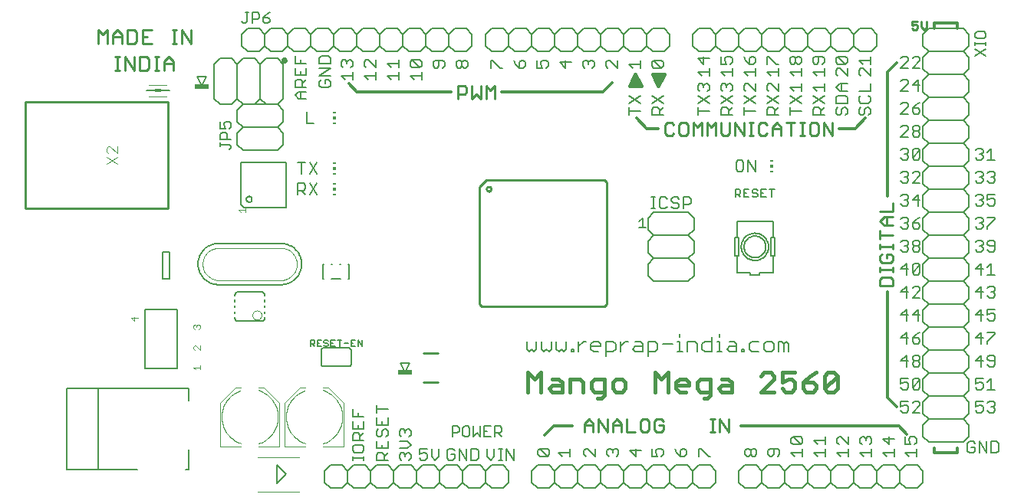
<source format=gto>
G75*
G70*
%OFA0B0*%
%FSLAX24Y24*%
%IPPOS*%
%LPD*%
%AMOC8*
5,1,8,0,0,1.08239X$1,22.5*
%
%ADD10C,0.0120*%
%ADD11C,0.0160*%
%ADD12C,0.0100*%
%ADD13C,0.0070*%
%ADD14C,0.0080*%
%ADD15C,0.0060*%
%ADD16C,0.0110*%
%ADD17C,0.0090*%
%ADD18C,0.0040*%
%ADD19R,0.0118X0.0059*%
%ADD20R,0.0118X0.0118*%
%ADD21C,0.0050*%
%ADD22C,0.0030*%
%ADD23C,0.0028*%
%ADD24R,0.0276X0.0118*%
%ADD25C,0.0087*%
%ADD26C,0.0020*%
%ADD27R,0.0620X0.0240*%
D10*
X028230Y003350D02*
X028630Y003750D01*
X029430Y003750D01*
X036780Y003750D02*
X043630Y003750D01*
X043980Y003400D01*
X045180Y002800D02*
X045180Y002600D01*
X046180Y002600D01*
X046180Y002800D01*
X043530Y004600D02*
X043130Y005000D01*
X043130Y009600D01*
X043130Y013750D02*
X043130Y019150D01*
X043530Y019550D01*
X045180Y021050D02*
X045180Y021300D01*
X046180Y021300D01*
X046180Y021050D01*
X042180Y017150D02*
X041730Y016700D01*
X041030Y016700D01*
X033180Y016700D02*
X032680Y016700D01*
X032230Y017150D01*
X030780Y018300D02*
X031180Y018700D01*
X030780Y018300D02*
X026380Y018300D01*
X024180Y018300D02*
X020080Y018300D01*
X019730Y018650D01*
X016859Y019650D02*
X016861Y019666D01*
X016867Y019682D01*
X016876Y019696D01*
X016888Y019707D01*
X016902Y019715D01*
X016918Y019720D01*
X016934Y019721D01*
X016950Y019718D01*
X016965Y019711D01*
X016979Y019702D01*
X016989Y019689D01*
X016997Y019674D01*
X017001Y019658D01*
X017001Y019642D01*
X016997Y019626D01*
X016989Y019611D01*
X016979Y019598D01*
X016966Y019589D01*
X016950Y019582D01*
X016934Y019579D01*
X016918Y019580D01*
X016902Y019585D01*
X016888Y019593D01*
X016876Y019604D01*
X016867Y019618D01*
X016861Y019634D01*
X016859Y019650D01*
D11*
X031930Y018550D02*
X032180Y018800D01*
X032430Y018550D01*
X032180Y018550D01*
X032180Y018800D01*
X032180Y018550D02*
X031930Y018550D01*
X032180Y019050D01*
X032430Y018550D01*
X032930Y019050D02*
X033180Y018800D01*
X033180Y019050D01*
X033430Y019050D01*
X033180Y018800D01*
X033180Y018550D02*
X032930Y019050D01*
X033180Y019050D01*
X033430Y019050D02*
X033180Y018550D01*
X033036Y006077D02*
X033317Y005797D01*
X033597Y006077D01*
X033597Y005236D01*
X033957Y005376D02*
X033957Y005657D01*
X034097Y005797D01*
X034378Y005797D01*
X034518Y005657D01*
X034518Y005517D01*
X033957Y005517D01*
X033957Y005376D02*
X034097Y005236D01*
X034378Y005236D01*
X034878Y005376D02*
X035018Y005236D01*
X035439Y005236D01*
X035439Y005096D02*
X035439Y005797D01*
X035018Y005797D01*
X034878Y005657D01*
X034878Y005376D01*
X035158Y004956D02*
X035298Y004956D01*
X035439Y005096D01*
X035799Y005376D02*
X035939Y005236D01*
X036359Y005236D01*
X036359Y005657D01*
X036219Y005797D01*
X035939Y005797D01*
X035939Y005517D02*
X036359Y005517D01*
X035939Y005517D02*
X035799Y005376D01*
X037640Y005236D02*
X038201Y005797D01*
X038201Y005937D01*
X038061Y006077D01*
X037781Y006077D01*
X037640Y005937D01*
X038561Y006077D02*
X038561Y005657D01*
X038841Y005797D01*
X038982Y005797D01*
X039122Y005657D01*
X039122Y005376D01*
X038982Y005236D01*
X038701Y005236D01*
X038561Y005376D01*
X038201Y005236D02*
X037640Y005236D01*
X038561Y006077D02*
X039122Y006077D01*
X039482Y005657D02*
X039902Y005657D01*
X040042Y005517D01*
X040042Y005376D01*
X039902Y005236D01*
X039622Y005236D01*
X039482Y005376D01*
X039482Y005657D01*
X039762Y005937D01*
X040042Y006077D01*
X040403Y005937D02*
X040543Y006077D01*
X040823Y006077D01*
X040963Y005937D01*
X040403Y005376D01*
X040543Y005236D01*
X040823Y005236D01*
X040963Y005376D01*
X040963Y005937D01*
X040403Y005937D02*
X040403Y005376D01*
X033036Y005236D02*
X033036Y006077D01*
X031755Y005657D02*
X031755Y005376D01*
X031615Y005236D01*
X031335Y005236D01*
X031195Y005376D01*
X031195Y005657D01*
X031335Y005797D01*
X031615Y005797D01*
X031755Y005657D01*
X030835Y005797D02*
X030414Y005797D01*
X030274Y005657D01*
X030274Y005376D01*
X030414Y005236D01*
X030835Y005236D01*
X030835Y005096D02*
X030835Y005797D01*
X029914Y005657D02*
X029914Y005236D01*
X029353Y005236D02*
X029353Y005797D01*
X029774Y005797D01*
X029914Y005657D01*
X028993Y005657D02*
X028993Y005236D01*
X028573Y005236D01*
X028433Y005376D01*
X028573Y005517D01*
X028993Y005517D01*
X028993Y005657D02*
X028853Y005797D01*
X028573Y005797D01*
X028072Y006077D02*
X028072Y005236D01*
X027512Y005236D02*
X027512Y006077D01*
X027792Y005797D01*
X028072Y006077D01*
X030554Y004956D02*
X030694Y004956D01*
X030835Y005096D01*
D12*
X030961Y004060D02*
X030961Y003500D01*
X030588Y004060D01*
X030588Y003500D01*
X030353Y003500D02*
X030353Y003874D01*
X030167Y004060D01*
X029980Y003874D01*
X029980Y003500D01*
X029980Y003780D02*
X030353Y003780D01*
X031195Y003780D02*
X031569Y003780D01*
X031569Y003874D02*
X031569Y003500D01*
X031803Y003500D02*
X032177Y003500D01*
X032411Y003593D02*
X032504Y003500D01*
X032691Y003500D01*
X032784Y003593D01*
X032784Y003967D01*
X032691Y004060D01*
X032504Y004060D01*
X032411Y003967D01*
X032411Y003593D01*
X033018Y003593D02*
X033112Y003500D01*
X033299Y003500D01*
X033392Y003593D01*
X033392Y003780D01*
X033205Y003780D01*
X033018Y003967D02*
X033018Y003593D01*
X033018Y003967D02*
X033112Y004060D01*
X033299Y004060D01*
X033392Y003967D01*
X031803Y004060D02*
X031803Y003500D01*
X031569Y003874D02*
X031382Y004060D01*
X031195Y003874D01*
X031195Y003500D01*
X035449Y003500D02*
X035636Y003500D01*
X035543Y003500D02*
X035543Y004060D01*
X035636Y004060D02*
X035449Y004060D01*
X035854Y004060D02*
X036228Y003500D01*
X036228Y004060D01*
X035854Y004060D02*
X035854Y003500D01*
X030837Y008954D02*
X025522Y008954D01*
X025424Y009053D01*
X025424Y014171D01*
X025719Y014466D01*
X030837Y014466D01*
X030936Y014367D01*
X030936Y009053D01*
X030837Y008954D01*
X025720Y014072D02*
X025722Y014091D01*
X025727Y014110D01*
X025737Y014126D01*
X025749Y014141D01*
X025764Y014153D01*
X025780Y014163D01*
X025799Y014168D01*
X025818Y014170D01*
X025837Y014168D01*
X025856Y014163D01*
X025872Y014153D01*
X025887Y014141D01*
X025899Y014126D01*
X025909Y014110D01*
X025914Y014091D01*
X025916Y014072D01*
X025914Y014053D01*
X025909Y014034D01*
X025899Y014018D01*
X025887Y014003D01*
X025872Y013991D01*
X025856Y013981D01*
X025837Y013976D01*
X025818Y013974D01*
X025799Y013976D01*
X025780Y013981D01*
X025764Y013991D01*
X025749Y014003D01*
X025737Y014018D01*
X025727Y014034D01*
X025722Y014053D01*
X025720Y014072D01*
X025695Y018000D02*
X025695Y018560D01*
X025882Y018374D01*
X026069Y018560D01*
X026069Y018000D01*
X025461Y018000D02*
X025274Y018187D01*
X025088Y018000D01*
X025088Y018560D01*
X024853Y018467D02*
X024853Y018280D01*
X024760Y018187D01*
X024480Y018187D01*
X024480Y018000D02*
X024480Y018560D01*
X024760Y018560D01*
X024853Y018467D01*
X025461Y018560D02*
X025461Y018000D01*
X033480Y016867D02*
X033480Y016493D01*
X033573Y016400D01*
X033760Y016400D01*
X033853Y016493D01*
X034088Y016493D02*
X034181Y016400D01*
X034368Y016400D01*
X034461Y016493D01*
X034461Y016867D01*
X034368Y016960D01*
X034181Y016960D01*
X034088Y016867D01*
X034088Y016493D01*
X034695Y016400D02*
X034695Y016960D01*
X034882Y016774D01*
X035069Y016960D01*
X035069Y016400D01*
X035303Y016400D02*
X035303Y016960D01*
X035490Y016774D01*
X035677Y016960D01*
X035677Y016400D01*
X035911Y016493D02*
X036004Y016400D01*
X036191Y016400D01*
X036284Y016493D01*
X036284Y016960D01*
X036518Y016960D02*
X036892Y016400D01*
X036892Y016960D01*
X037126Y016960D02*
X037313Y016960D01*
X037220Y016960D02*
X037220Y016400D01*
X037313Y016400D02*
X037126Y016400D01*
X037531Y016493D02*
X037625Y016400D01*
X037811Y016400D01*
X037905Y016493D01*
X038139Y016400D02*
X038139Y016774D01*
X038326Y016960D01*
X038513Y016774D01*
X038513Y016400D01*
X038513Y016680D02*
X038139Y016680D01*
X037905Y016867D02*
X037811Y016960D01*
X037625Y016960D01*
X037531Y016867D01*
X037531Y016493D01*
X036518Y016400D02*
X036518Y016960D01*
X035911Y016960D02*
X035911Y016493D01*
X033853Y016867D02*
X033760Y016960D01*
X033573Y016960D01*
X033480Y016867D01*
X038747Y016960D02*
X039120Y016960D01*
X038934Y016960D02*
X038934Y016400D01*
X039354Y016400D02*
X039541Y016400D01*
X039448Y016400D02*
X039448Y016960D01*
X039541Y016960D02*
X039354Y016960D01*
X039760Y016867D02*
X039760Y016493D01*
X039853Y016400D01*
X040040Y016400D01*
X040133Y016493D01*
X040133Y016867D01*
X040040Y016960D01*
X039853Y016960D01*
X039760Y016867D01*
X040367Y016960D02*
X040741Y016400D01*
X040741Y016960D01*
X040367Y016960D02*
X040367Y016400D01*
X043380Y013465D02*
X043380Y013091D01*
X042819Y013091D01*
X043006Y012857D02*
X043380Y012857D01*
X043100Y012857D02*
X043100Y012483D01*
X043006Y012483D02*
X042819Y012670D01*
X043006Y012857D01*
X043006Y012483D02*
X043380Y012483D01*
X042819Y012249D02*
X042819Y011876D01*
X042819Y012063D02*
X043380Y012063D01*
X043380Y011657D02*
X043380Y011471D01*
X043380Y011564D02*
X042819Y011564D01*
X042819Y011471D02*
X042819Y011657D01*
X042913Y011237D02*
X042819Y011143D01*
X042819Y010956D01*
X042913Y010863D01*
X043286Y010863D01*
X043380Y010956D01*
X043380Y011143D01*
X043286Y011237D01*
X043100Y011237D01*
X043100Y011050D01*
X043380Y010645D02*
X043380Y010458D01*
X043380Y010551D02*
X042819Y010551D01*
X042819Y010458D02*
X042819Y010645D01*
X042913Y010224D02*
X042819Y010130D01*
X042819Y009850D01*
X043380Y009850D01*
X043380Y010130D01*
X043286Y010224D01*
X042913Y010224D01*
X011885Y013227D02*
X011885Y017873D01*
X005684Y017873D01*
X005684Y013227D01*
X011885Y013227D01*
D13*
X017393Y018143D02*
X017556Y017980D01*
X017883Y017980D01*
X017638Y017980D02*
X017638Y018307D01*
X017556Y018307D02*
X017883Y018307D01*
X017883Y018495D02*
X017393Y018495D01*
X017393Y018741D01*
X017474Y018822D01*
X017638Y018822D01*
X017720Y018741D01*
X017720Y018495D01*
X017720Y018659D02*
X017883Y018822D01*
X017883Y019011D02*
X017393Y019011D01*
X017393Y019338D01*
X017393Y019527D02*
X017393Y019854D01*
X017638Y019690D02*
X017638Y019527D01*
X017883Y019527D02*
X017393Y019527D01*
X017883Y019338D02*
X017883Y019011D01*
X017638Y019011D02*
X017638Y019175D01*
X018447Y019332D02*
X018937Y019332D01*
X018447Y019005D01*
X018937Y019005D01*
X018856Y018817D02*
X018692Y018817D01*
X018692Y018653D01*
X018529Y018490D02*
X018856Y018490D01*
X018937Y018572D01*
X018937Y018735D01*
X018856Y018817D01*
X018529Y018817D02*
X018447Y018735D01*
X018447Y018572D01*
X018529Y018490D01*
X017556Y018307D02*
X017393Y018143D01*
X019404Y018998D02*
X019895Y018998D01*
X019895Y018835D02*
X019895Y019162D01*
X019813Y019351D02*
X019895Y019432D01*
X019895Y019596D01*
X019813Y019678D01*
X019731Y019678D01*
X019650Y019596D01*
X019650Y019514D01*
X019650Y019596D02*
X019568Y019678D01*
X019486Y019678D01*
X019404Y019596D01*
X019404Y019432D01*
X019486Y019351D01*
X019404Y018998D02*
X019568Y018835D01*
X020404Y018998D02*
X020568Y018835D01*
X020404Y018998D02*
X020895Y018998D01*
X020895Y018835D02*
X020895Y019162D01*
X020895Y019351D02*
X020568Y019678D01*
X020486Y019678D01*
X020404Y019596D01*
X020404Y019432D01*
X020486Y019351D01*
X020895Y019351D02*
X020895Y019678D01*
X021404Y019514D02*
X021568Y019351D01*
X021404Y019514D02*
X021895Y019514D01*
X021895Y019351D02*
X021895Y019678D01*
X022404Y019596D02*
X022404Y019432D01*
X022486Y019351D01*
X022813Y019351D01*
X022486Y019678D01*
X022813Y019678D01*
X022895Y019596D01*
X022895Y019432D01*
X022813Y019351D01*
X022895Y019162D02*
X022895Y018835D01*
X022895Y018998D02*
X022404Y018998D01*
X022568Y018835D01*
X021895Y018835D02*
X021895Y019162D01*
X021895Y018998D02*
X021404Y018998D01*
X021568Y018835D01*
X022404Y019596D02*
X022486Y019678D01*
X023404Y019580D02*
X023404Y019417D01*
X023486Y019335D01*
X023568Y019335D01*
X023650Y019417D01*
X023650Y019662D01*
X023813Y019662D02*
X023486Y019662D01*
X023404Y019580D01*
X023813Y019662D02*
X023895Y019580D01*
X023895Y019417D01*
X023813Y019335D01*
X024404Y019417D02*
X024404Y019580D01*
X024486Y019662D01*
X024568Y019662D01*
X024650Y019580D01*
X024650Y019417D01*
X024568Y019335D01*
X024486Y019335D01*
X024404Y019417D01*
X024650Y019417D02*
X024731Y019335D01*
X024813Y019335D01*
X024895Y019417D01*
X024895Y019580D01*
X024813Y019662D01*
X024731Y019662D01*
X024650Y019580D01*
X025904Y019662D02*
X025904Y019335D01*
X025904Y019662D02*
X025986Y019662D01*
X026313Y019335D01*
X026395Y019335D01*
X026904Y019662D02*
X026986Y019498D01*
X027150Y019335D01*
X027150Y019580D01*
X027231Y019662D01*
X027313Y019662D01*
X027395Y019580D01*
X027395Y019417D01*
X027313Y019335D01*
X027150Y019335D01*
X027904Y019335D02*
X028150Y019335D01*
X028068Y019498D01*
X028068Y019580D01*
X028150Y019662D01*
X028313Y019662D01*
X028395Y019580D01*
X028395Y019417D01*
X028313Y019335D01*
X027904Y019335D02*
X027904Y019662D01*
X028904Y019580D02*
X029150Y019335D01*
X029150Y019662D01*
X029395Y019580D02*
X028904Y019580D01*
X029904Y019580D02*
X029904Y019417D01*
X029986Y019335D01*
X030150Y019498D02*
X030150Y019580D01*
X030231Y019662D01*
X030313Y019662D01*
X030395Y019580D01*
X030395Y019417D01*
X030313Y019335D01*
X030150Y019580D02*
X030068Y019662D01*
X029986Y019662D01*
X029904Y019580D01*
X030904Y019580D02*
X030904Y019417D01*
X030986Y019335D01*
X030904Y019580D02*
X030986Y019662D01*
X031068Y019662D01*
X031395Y019335D01*
X031395Y019662D01*
X031904Y019498D02*
X032395Y019498D01*
X032395Y019335D02*
X032395Y019662D01*
X032068Y019335D02*
X031904Y019498D01*
X032904Y019417D02*
X032904Y019580D01*
X032986Y019662D01*
X033313Y019335D01*
X033395Y019417D01*
X033395Y019580D01*
X033313Y019662D01*
X032986Y019662D01*
X032904Y019417D02*
X032986Y019335D01*
X033313Y019335D01*
X034904Y019148D02*
X035395Y019148D01*
X035395Y018985D02*
X035395Y019312D01*
X035150Y019501D02*
X035150Y019828D01*
X035395Y019746D02*
X034904Y019746D01*
X035150Y019501D01*
X035904Y019501D02*
X035904Y019828D01*
X036068Y019746D02*
X036068Y019664D01*
X036150Y019501D01*
X035904Y019501D01*
X036068Y019746D02*
X036150Y019828D01*
X036313Y019828D01*
X036395Y019746D01*
X036395Y019582D01*
X036313Y019501D01*
X036395Y019312D02*
X036395Y018985D01*
X036395Y019148D02*
X035904Y019148D01*
X036068Y018985D01*
X036068Y018643D02*
X036150Y018561D01*
X036231Y018643D01*
X036313Y018643D01*
X036395Y018561D01*
X036395Y018398D01*
X036313Y018316D01*
X036395Y018128D02*
X035904Y017801D01*
X035986Y017612D02*
X036150Y017612D01*
X036231Y017530D01*
X036231Y017285D01*
X036231Y017448D02*
X036395Y017612D01*
X036395Y017801D02*
X035904Y018128D01*
X035986Y018316D02*
X035904Y018398D01*
X035904Y018561D01*
X035986Y018643D01*
X036068Y018643D01*
X036150Y018561D02*
X036150Y018480D01*
X036904Y018561D02*
X036904Y018398D01*
X036986Y018316D01*
X036904Y018128D02*
X037395Y017801D01*
X037395Y018128D02*
X036904Y017801D01*
X036904Y017612D02*
X036904Y017285D01*
X036904Y017448D02*
X037395Y017448D01*
X037904Y017530D02*
X037904Y017285D01*
X038395Y017285D01*
X038231Y017285D02*
X038231Y017530D01*
X038150Y017612D01*
X037986Y017612D01*
X037904Y017530D01*
X038231Y017448D02*
X038395Y017612D01*
X038395Y017801D02*
X037904Y018128D01*
X037986Y018316D02*
X037904Y018398D01*
X037904Y018561D01*
X037986Y018643D01*
X038068Y018643D01*
X038395Y018316D01*
X038395Y018643D01*
X038395Y018985D02*
X038395Y019312D01*
X038395Y019148D02*
X037904Y019148D01*
X038068Y018985D01*
X037395Y018985D02*
X037395Y019312D01*
X037395Y019148D02*
X036904Y019148D01*
X037068Y018985D01*
X037068Y018643D02*
X036986Y018643D01*
X036904Y018561D01*
X037068Y018643D02*
X037395Y018316D01*
X037395Y018643D01*
X037904Y017801D02*
X038395Y018128D01*
X038904Y018128D02*
X039395Y017801D01*
X039395Y018128D02*
X038904Y017801D01*
X038904Y017612D02*
X038904Y017285D01*
X038904Y017448D02*
X039395Y017448D01*
X039904Y017530D02*
X039904Y017285D01*
X040395Y017285D01*
X040231Y017285D02*
X040231Y017530D01*
X040150Y017612D01*
X039986Y017612D01*
X039904Y017530D01*
X040231Y017448D02*
X040395Y017612D01*
X040395Y017801D02*
X039904Y018128D01*
X040068Y018316D02*
X039904Y018480D01*
X040395Y018480D01*
X040395Y018643D02*
X040395Y018316D01*
X040395Y018128D02*
X039904Y017801D01*
X039395Y018316D02*
X039395Y018643D01*
X039395Y018480D02*
X038904Y018480D01*
X039068Y018316D01*
X039068Y018985D02*
X038904Y019148D01*
X039395Y019148D01*
X039395Y018985D02*
X039395Y019312D01*
X039313Y019501D02*
X039231Y019501D01*
X039150Y019582D01*
X039150Y019746D01*
X039231Y019828D01*
X039313Y019828D01*
X039395Y019746D01*
X039395Y019582D01*
X039313Y019501D01*
X039150Y019582D02*
X039068Y019501D01*
X038986Y019501D01*
X038904Y019582D01*
X038904Y019746D01*
X038986Y019828D01*
X039068Y019828D01*
X039150Y019746D01*
X038395Y019501D02*
X038313Y019501D01*
X037986Y019828D01*
X037904Y019828D01*
X037904Y019501D01*
X037395Y019582D02*
X037395Y019746D01*
X037313Y019828D01*
X037231Y019828D01*
X037150Y019746D01*
X037150Y019501D01*
X037313Y019501D01*
X037395Y019582D01*
X037150Y019501D02*
X036986Y019664D01*
X036904Y019828D01*
X035068Y018985D02*
X034904Y019148D01*
X034986Y018643D02*
X034904Y018561D01*
X034904Y018398D01*
X034986Y018316D01*
X034904Y018128D02*
X035395Y017801D01*
X035395Y018128D02*
X034904Y017801D01*
X034904Y017612D02*
X034904Y017285D01*
X034904Y017448D02*
X035395Y017448D01*
X035904Y017530D02*
X035904Y017285D01*
X036395Y017285D01*
X035986Y017612D02*
X035904Y017530D01*
X035313Y018316D02*
X035395Y018398D01*
X035395Y018561D01*
X035313Y018643D01*
X035231Y018643D01*
X035150Y018561D01*
X035150Y018480D01*
X035150Y018561D02*
X035068Y018643D01*
X034986Y018643D01*
X033395Y018128D02*
X032904Y017801D01*
X032986Y017612D02*
X033150Y017612D01*
X033231Y017530D01*
X033231Y017285D01*
X033231Y017448D02*
X033395Y017612D01*
X033395Y017801D02*
X032904Y018128D01*
X032395Y018128D02*
X031904Y017801D01*
X031904Y017612D02*
X031904Y017285D01*
X031904Y017448D02*
X032395Y017448D01*
X032904Y017530D02*
X032904Y017285D01*
X033395Y017285D01*
X032986Y017612D02*
X032904Y017530D01*
X032395Y017801D02*
X031904Y018128D01*
X039904Y019148D02*
X040068Y018985D01*
X039904Y019148D02*
X040395Y019148D01*
X040395Y018985D02*
X040395Y019312D01*
X040313Y019501D02*
X040395Y019582D01*
X040395Y019746D01*
X040313Y019828D01*
X039986Y019828D01*
X039904Y019746D01*
X039904Y019582D01*
X039986Y019501D01*
X040068Y019501D01*
X040150Y019582D01*
X040150Y019828D01*
X040904Y019746D02*
X040904Y019582D01*
X040986Y019501D01*
X041313Y019501D01*
X040986Y019828D01*
X041313Y019828D01*
X041395Y019746D01*
X041395Y019582D01*
X041313Y019501D01*
X041395Y019312D02*
X041395Y018985D01*
X041068Y019312D01*
X040986Y019312D01*
X040904Y019230D01*
X040904Y019067D01*
X040986Y018985D01*
X041068Y018643D02*
X041395Y018643D01*
X041150Y018643D02*
X041150Y018316D01*
X041068Y018316D02*
X040904Y018480D01*
X041068Y018643D01*
X041068Y018316D02*
X041395Y018316D01*
X041313Y018128D02*
X040986Y018128D01*
X040904Y018046D01*
X040904Y017801D01*
X041395Y017801D01*
X041395Y018046D01*
X041313Y018128D01*
X041904Y018046D02*
X041904Y017882D01*
X041986Y017801D01*
X042313Y017801D01*
X042395Y017882D01*
X042395Y018046D01*
X042313Y018128D01*
X042395Y018316D02*
X041904Y018316D01*
X041986Y018128D02*
X041904Y018046D01*
X042395Y018316D02*
X042395Y018643D01*
X042395Y018985D02*
X042068Y019312D01*
X041986Y019312D01*
X041904Y019230D01*
X041904Y019067D01*
X041986Y018985D01*
X042395Y018985D02*
X042395Y019312D01*
X042395Y019501D02*
X042395Y019828D01*
X042395Y019664D02*
X041904Y019664D01*
X042068Y019501D01*
X040986Y019828D02*
X040904Y019746D01*
X043715Y019744D02*
X043797Y019825D01*
X043960Y019825D01*
X044042Y019744D01*
X044042Y019662D01*
X043715Y019335D01*
X044042Y019335D01*
X044230Y019335D02*
X044557Y019662D01*
X044557Y019744D01*
X044476Y019825D01*
X044312Y019825D01*
X044230Y019744D01*
X044230Y019335D02*
X044557Y019335D01*
X044476Y018825D02*
X044230Y018580D01*
X044557Y018580D01*
X044476Y018335D02*
X044476Y018825D01*
X044042Y018744D02*
X043960Y018825D01*
X043797Y018825D01*
X043715Y018744D01*
X044042Y018744D02*
X044042Y018662D01*
X043715Y018335D01*
X044042Y018335D01*
X043960Y017825D02*
X043797Y017825D01*
X043715Y017744D01*
X043960Y017825D02*
X044042Y017744D01*
X044042Y017662D01*
X043715Y017335D01*
X044042Y017335D01*
X044230Y017417D02*
X044230Y017580D01*
X044476Y017580D01*
X044557Y017498D01*
X044557Y017417D01*
X044476Y017335D01*
X044312Y017335D01*
X044230Y017417D01*
X044230Y017580D02*
X044394Y017744D01*
X044557Y017825D01*
X044476Y016825D02*
X044557Y016744D01*
X044557Y016662D01*
X044476Y016580D01*
X044312Y016580D01*
X044230Y016662D01*
X044230Y016744D01*
X044312Y016825D01*
X044476Y016825D01*
X044476Y016580D02*
X044557Y016498D01*
X044557Y016417D01*
X044476Y016335D01*
X044312Y016335D01*
X044230Y016417D01*
X044230Y016498D01*
X044312Y016580D01*
X044042Y016662D02*
X043715Y016335D01*
X044042Y016335D01*
X044042Y016662D02*
X044042Y016744D01*
X043960Y016825D01*
X043797Y016825D01*
X043715Y016744D01*
X042395Y017367D02*
X042313Y017285D01*
X042395Y017367D02*
X042395Y017530D01*
X042313Y017612D01*
X042231Y017612D01*
X042150Y017530D01*
X042150Y017367D01*
X042068Y017285D01*
X041986Y017285D01*
X041904Y017367D01*
X041904Y017530D01*
X041986Y017612D01*
X041395Y017530D02*
X041395Y017367D01*
X041313Y017285D01*
X041150Y017367D02*
X041150Y017530D01*
X041231Y017612D01*
X041313Y017612D01*
X041395Y017530D01*
X041150Y017367D02*
X041068Y017285D01*
X040986Y017285D01*
X040904Y017367D01*
X040904Y017530D01*
X040986Y017612D01*
X043715Y015744D02*
X043797Y015825D01*
X043960Y015825D01*
X044042Y015744D01*
X044042Y015662D01*
X043960Y015580D01*
X044042Y015498D01*
X044042Y015417D01*
X043960Y015335D01*
X043797Y015335D01*
X043715Y015417D01*
X043878Y015580D02*
X043960Y015580D01*
X044230Y015417D02*
X044312Y015335D01*
X044476Y015335D01*
X044557Y015417D01*
X044557Y015744D01*
X044230Y015417D01*
X044230Y015744D01*
X044312Y015825D01*
X044476Y015825D01*
X044557Y015744D01*
X044476Y014825D02*
X044312Y014825D01*
X044230Y014744D01*
X044042Y014744D02*
X044042Y014662D01*
X043960Y014580D01*
X044042Y014498D01*
X044042Y014417D01*
X043960Y014335D01*
X043797Y014335D01*
X043715Y014417D01*
X043878Y014580D02*
X043960Y014580D01*
X044042Y014744D02*
X043960Y014825D01*
X043797Y014825D01*
X043715Y014744D01*
X044230Y014335D02*
X044557Y014662D01*
X044557Y014744D01*
X044476Y014825D01*
X044557Y014335D02*
X044230Y014335D01*
X044476Y013825D02*
X044230Y013580D01*
X044557Y013580D01*
X044476Y013335D02*
X044476Y013825D01*
X044042Y013744D02*
X044042Y013662D01*
X043960Y013580D01*
X044042Y013498D01*
X044042Y013417D01*
X043960Y013335D01*
X043797Y013335D01*
X043715Y013417D01*
X043878Y013580D02*
X043960Y013580D01*
X044042Y013744D02*
X043960Y013825D01*
X043797Y013825D01*
X043715Y013744D01*
X043797Y012825D02*
X043960Y012825D01*
X044042Y012744D01*
X044042Y012662D01*
X043960Y012580D01*
X044042Y012498D01*
X044042Y012417D01*
X043960Y012335D01*
X043797Y012335D01*
X043715Y012417D01*
X043878Y012580D02*
X043960Y012580D01*
X044230Y012580D02*
X044230Y012417D01*
X044312Y012335D01*
X044476Y012335D01*
X044557Y012417D01*
X044557Y012498D01*
X044476Y012580D01*
X044230Y012580D01*
X044394Y012744D01*
X044557Y012825D01*
X043797Y012825D02*
X043715Y012744D01*
X043797Y011825D02*
X043960Y011825D01*
X044042Y011744D01*
X044042Y011662D01*
X043960Y011580D01*
X044042Y011498D01*
X044042Y011417D01*
X043960Y011335D01*
X043797Y011335D01*
X043715Y011417D01*
X043878Y011580D02*
X043960Y011580D01*
X044230Y011498D02*
X044230Y011417D01*
X044312Y011335D01*
X044476Y011335D01*
X044557Y011417D01*
X044557Y011498D01*
X044476Y011580D01*
X044312Y011580D01*
X044230Y011662D01*
X044230Y011744D01*
X044312Y011825D01*
X044476Y011825D01*
X044557Y011744D01*
X044557Y011662D01*
X044476Y011580D01*
X044312Y011580D02*
X044230Y011498D01*
X043797Y011825D02*
X043715Y011744D01*
X043960Y010825D02*
X043715Y010580D01*
X044042Y010580D01*
X044230Y010417D02*
X044557Y010744D01*
X044557Y010417D01*
X044476Y010335D01*
X044312Y010335D01*
X044230Y010417D01*
X044230Y010744D01*
X044312Y010825D01*
X044476Y010825D01*
X044557Y010744D01*
X043960Y010825D02*
X043960Y010335D01*
X043960Y009825D02*
X043715Y009580D01*
X044042Y009580D01*
X044230Y009744D02*
X044312Y009825D01*
X044476Y009825D01*
X044557Y009744D01*
X044557Y009662D01*
X044230Y009335D01*
X044557Y009335D01*
X043960Y009335D02*
X043960Y009825D01*
X043960Y008825D02*
X043715Y008580D01*
X044042Y008580D01*
X044230Y008580D02*
X044476Y008825D01*
X044476Y008335D01*
X044557Y008580D02*
X044230Y008580D01*
X043960Y008335D02*
X043960Y008825D01*
X043960Y007825D02*
X043715Y007580D01*
X044042Y007580D01*
X044230Y007580D02*
X044230Y007417D01*
X044312Y007335D01*
X044476Y007335D01*
X044557Y007417D01*
X044557Y007498D01*
X044476Y007580D01*
X044230Y007580D01*
X044394Y007744D01*
X044557Y007825D01*
X043960Y007825D02*
X043960Y007335D01*
X043960Y006825D02*
X043715Y006580D01*
X044042Y006580D01*
X044230Y006498D02*
X044312Y006580D01*
X044476Y006580D01*
X044557Y006498D01*
X044557Y006417D01*
X044476Y006335D01*
X044312Y006335D01*
X044230Y006417D01*
X044230Y006498D01*
X044312Y006580D02*
X044230Y006662D01*
X044230Y006744D01*
X044312Y006825D01*
X044476Y006825D01*
X044557Y006744D01*
X044557Y006662D01*
X044476Y006580D01*
X043960Y006335D02*
X043960Y006825D01*
X044042Y005825D02*
X043715Y005825D01*
X043715Y005580D01*
X043878Y005662D01*
X043960Y005662D01*
X044042Y005580D01*
X044042Y005417D01*
X043960Y005335D01*
X043797Y005335D01*
X043715Y005417D01*
X044230Y005417D02*
X044312Y005335D01*
X044476Y005335D01*
X044557Y005417D01*
X044557Y005744D01*
X044230Y005417D01*
X044230Y005744D01*
X044312Y005825D01*
X044476Y005825D01*
X044557Y005744D01*
X044476Y004825D02*
X044312Y004825D01*
X044230Y004744D01*
X044042Y004825D02*
X043715Y004825D01*
X043715Y004580D01*
X043878Y004662D01*
X043960Y004662D01*
X044042Y004580D01*
X044042Y004417D01*
X043960Y004335D01*
X043797Y004335D01*
X043715Y004417D01*
X044230Y004335D02*
X044557Y004662D01*
X044557Y004744D01*
X044476Y004825D01*
X044557Y004335D02*
X044230Y004335D01*
X044150Y003278D02*
X044313Y003278D01*
X044395Y003196D01*
X044395Y003032D01*
X044313Y002951D01*
X044150Y002951D02*
X044068Y003114D01*
X044068Y003196D01*
X044150Y003278D01*
X043904Y003278D02*
X043904Y002951D01*
X044150Y002951D01*
X044395Y002762D02*
X044395Y002435D01*
X044395Y002598D02*
X043904Y002598D01*
X044068Y002435D01*
X043445Y002435D02*
X043445Y002762D01*
X043445Y002598D02*
X042954Y002598D01*
X043118Y002435D01*
X042445Y002435D02*
X042445Y002762D01*
X042445Y002598D02*
X041954Y002598D01*
X042118Y002435D01*
X041445Y002435D02*
X041445Y002762D01*
X041445Y002598D02*
X040954Y002598D01*
X041118Y002435D01*
X040445Y002435D02*
X040445Y002762D01*
X040445Y002598D02*
X039954Y002598D01*
X040118Y002435D01*
X040118Y002951D02*
X039954Y003114D01*
X040445Y003114D01*
X040445Y002951D02*
X040445Y003278D01*
X040954Y003196D02*
X040954Y003032D01*
X041036Y002951D01*
X040954Y003196D02*
X041036Y003278D01*
X041118Y003278D01*
X041445Y002951D01*
X041445Y003278D01*
X041954Y003196D02*
X041954Y003032D01*
X042036Y002951D01*
X042200Y003114D02*
X042200Y003196D01*
X042281Y003278D01*
X042363Y003278D01*
X042445Y003196D01*
X042445Y003032D01*
X042363Y002951D01*
X042200Y003196D02*
X042118Y003278D01*
X042036Y003278D01*
X041954Y003196D01*
X042954Y003196D02*
X043200Y002951D01*
X043200Y003278D01*
X043445Y003196D02*
X042954Y003196D01*
X046615Y002994D02*
X046615Y002667D01*
X046697Y002585D01*
X046860Y002585D01*
X046942Y002667D01*
X046942Y002830D01*
X046778Y002830D01*
X046615Y002994D02*
X046697Y003075D01*
X046860Y003075D01*
X046942Y002994D01*
X047130Y003075D02*
X047457Y002585D01*
X047457Y003075D01*
X047646Y003075D02*
X047891Y003075D01*
X047973Y002994D01*
X047973Y002667D01*
X047891Y002585D01*
X047646Y002585D01*
X047646Y003075D01*
X047130Y003075D02*
X047130Y002585D01*
X047210Y004335D02*
X047047Y004335D01*
X046965Y004417D01*
X046965Y004580D02*
X047128Y004662D01*
X047210Y004662D01*
X047292Y004580D01*
X047292Y004417D01*
X047210Y004335D01*
X047480Y004417D02*
X047562Y004335D01*
X047726Y004335D01*
X047807Y004417D01*
X047807Y004498D01*
X047726Y004580D01*
X047644Y004580D01*
X047726Y004580D02*
X047807Y004662D01*
X047807Y004744D01*
X047726Y004825D01*
X047562Y004825D01*
X047480Y004744D01*
X047292Y004825D02*
X046965Y004825D01*
X046965Y004580D01*
X047047Y005335D02*
X046965Y005417D01*
X047047Y005335D02*
X047210Y005335D01*
X047292Y005417D01*
X047292Y005580D01*
X047210Y005662D01*
X047128Y005662D01*
X046965Y005580D01*
X046965Y005825D01*
X047292Y005825D01*
X047480Y005662D02*
X047644Y005825D01*
X047644Y005335D01*
X047807Y005335D02*
X047480Y005335D01*
X047562Y006335D02*
X047726Y006335D01*
X047807Y006417D01*
X047807Y006744D01*
X047726Y006825D01*
X047562Y006825D01*
X047480Y006744D01*
X047480Y006662D01*
X047562Y006580D01*
X047807Y006580D01*
X047562Y006335D02*
X047480Y006417D01*
X047292Y006580D02*
X046965Y006580D01*
X047210Y006825D01*
X047210Y006335D01*
X047210Y007335D02*
X047210Y007825D01*
X046965Y007580D01*
X047292Y007580D01*
X047480Y007417D02*
X047480Y007335D01*
X047480Y007417D02*
X047807Y007744D01*
X047807Y007825D01*
X047480Y007825D01*
X047562Y008335D02*
X047480Y008417D01*
X047562Y008335D02*
X047726Y008335D01*
X047807Y008417D01*
X047807Y008580D01*
X047726Y008662D01*
X047644Y008662D01*
X047480Y008580D01*
X047480Y008825D01*
X047807Y008825D01*
X047292Y008580D02*
X046965Y008580D01*
X047210Y008825D01*
X047210Y008335D01*
X047210Y009335D02*
X047210Y009825D01*
X046965Y009580D01*
X047292Y009580D01*
X047480Y009417D02*
X047562Y009335D01*
X047726Y009335D01*
X047807Y009417D01*
X047807Y009498D01*
X047726Y009580D01*
X047644Y009580D01*
X047726Y009580D02*
X047807Y009662D01*
X047807Y009744D01*
X047726Y009825D01*
X047562Y009825D01*
X047480Y009744D01*
X047480Y010335D02*
X047807Y010335D01*
X047644Y010335D02*
X047644Y010825D01*
X047480Y010662D01*
X047292Y010580D02*
X046965Y010580D01*
X047210Y010825D01*
X047210Y010335D01*
X047210Y011335D02*
X047047Y011335D01*
X046965Y011417D01*
X047128Y011580D02*
X047210Y011580D01*
X047292Y011498D01*
X047292Y011417D01*
X047210Y011335D01*
X047210Y011580D02*
X047292Y011662D01*
X047292Y011744D01*
X047210Y011825D01*
X047047Y011825D01*
X046965Y011744D01*
X047480Y011744D02*
X047480Y011662D01*
X047562Y011580D01*
X047807Y011580D01*
X047807Y011417D02*
X047807Y011744D01*
X047726Y011825D01*
X047562Y011825D01*
X047480Y011744D01*
X047480Y011417D02*
X047562Y011335D01*
X047726Y011335D01*
X047807Y011417D01*
X047480Y012335D02*
X047480Y012417D01*
X047807Y012744D01*
X047807Y012825D01*
X047480Y012825D01*
X047292Y012744D02*
X047292Y012662D01*
X047210Y012580D01*
X047292Y012498D01*
X047292Y012417D01*
X047210Y012335D01*
X047047Y012335D01*
X046965Y012417D01*
X047128Y012580D02*
X047210Y012580D01*
X047292Y012744D02*
X047210Y012825D01*
X047047Y012825D01*
X046965Y012744D01*
X047047Y013335D02*
X046965Y013417D01*
X047047Y013335D02*
X047210Y013335D01*
X047292Y013417D01*
X047292Y013498D01*
X047210Y013580D01*
X047128Y013580D01*
X047210Y013580D02*
X047292Y013662D01*
X047292Y013744D01*
X047210Y013825D01*
X047047Y013825D01*
X046965Y013744D01*
X047480Y013825D02*
X047480Y013580D01*
X047644Y013662D01*
X047726Y013662D01*
X047807Y013580D01*
X047807Y013417D01*
X047726Y013335D01*
X047562Y013335D01*
X047480Y013417D01*
X047480Y013825D02*
X047807Y013825D01*
X047726Y014335D02*
X047562Y014335D01*
X047480Y014417D01*
X047292Y014417D02*
X047210Y014335D01*
X047047Y014335D01*
X046965Y014417D01*
X047128Y014580D02*
X047210Y014580D01*
X047292Y014498D01*
X047292Y014417D01*
X047210Y014580D02*
X047292Y014662D01*
X047292Y014744D01*
X047210Y014825D01*
X047047Y014825D01*
X046965Y014744D01*
X047480Y014744D02*
X047562Y014825D01*
X047726Y014825D01*
X047807Y014744D01*
X047807Y014662D01*
X047726Y014580D01*
X047807Y014498D01*
X047807Y014417D01*
X047726Y014335D01*
X047726Y014580D02*
X047644Y014580D01*
X047644Y015335D02*
X047644Y015825D01*
X047480Y015662D01*
X047292Y015662D02*
X047210Y015580D01*
X047292Y015498D01*
X047292Y015417D01*
X047210Y015335D01*
X047047Y015335D01*
X046965Y015417D01*
X047128Y015580D02*
X047210Y015580D01*
X047292Y015662D02*
X047292Y015744D01*
X047210Y015825D01*
X047047Y015825D01*
X046965Y015744D01*
X047480Y015335D02*
X047807Y015335D01*
X034592Y013629D02*
X034592Y013466D01*
X034510Y013384D01*
X034265Y013384D01*
X034265Y013220D02*
X034265Y013711D01*
X034510Y013711D01*
X034592Y013629D01*
X034076Y013629D02*
X033994Y013711D01*
X033831Y013711D01*
X033749Y013629D01*
X033749Y013547D01*
X033831Y013466D01*
X033994Y013466D01*
X034076Y013384D01*
X034076Y013302D01*
X033994Y013220D01*
X033831Y013220D01*
X033749Y013302D01*
X033560Y013302D02*
X033479Y013220D01*
X033315Y013220D01*
X033233Y013302D01*
X033233Y013629D01*
X033315Y013711D01*
X033479Y013711D01*
X033560Y013629D01*
X033053Y013711D02*
X032890Y013711D01*
X032971Y013711D02*
X032971Y013220D01*
X032890Y013220D02*
X033053Y013220D01*
X018937Y019521D02*
X018937Y019766D01*
X018856Y019848D01*
X018529Y019848D01*
X018447Y019766D01*
X018447Y019521D01*
X018937Y019521D01*
X020943Y004649D02*
X020943Y004322D01*
X020943Y004486D02*
X021433Y004486D01*
X021433Y004134D02*
X021433Y003807D01*
X020943Y003807D01*
X020943Y004134D01*
X021188Y003970D02*
X021188Y003807D01*
X021270Y003618D02*
X021351Y003618D01*
X021433Y003536D01*
X021433Y003373D01*
X021351Y003291D01*
X021188Y003373D02*
X021188Y003536D01*
X021270Y003618D01*
X021024Y003618D02*
X020943Y003536D01*
X020943Y003373D01*
X021024Y003291D01*
X021106Y003291D01*
X021188Y003373D01*
X021433Y003102D02*
X021433Y002775D01*
X020943Y002775D01*
X020943Y003102D01*
X021188Y002939D02*
X021188Y002775D01*
X021188Y002587D02*
X021270Y002505D01*
X021270Y002260D01*
X021433Y002260D02*
X020943Y002260D01*
X020943Y002505D01*
X021024Y002587D01*
X021188Y002587D01*
X021270Y002423D02*
X021433Y002587D01*
X021943Y002505D02*
X021943Y002342D01*
X022024Y002260D01*
X022188Y002423D02*
X022188Y002505D01*
X022270Y002587D01*
X022351Y002587D01*
X022433Y002505D01*
X022433Y002342D01*
X022351Y002260D01*
X022188Y002505D02*
X022106Y002587D01*
X022024Y002587D01*
X021943Y002505D01*
X021943Y002775D02*
X022270Y002775D01*
X022433Y002939D01*
X022270Y003102D01*
X021943Y003102D01*
X022024Y003291D02*
X021943Y003373D01*
X021943Y003536D01*
X022024Y003618D01*
X022106Y003618D01*
X022188Y003536D01*
X022270Y003618D01*
X022351Y003618D01*
X022433Y003536D01*
X022433Y003373D01*
X022351Y003291D01*
X022188Y003455D02*
X022188Y003536D01*
X022810Y002757D02*
X022810Y002512D01*
X022973Y002594D01*
X023055Y002594D01*
X023137Y002512D01*
X023137Y002348D01*
X023055Y002267D01*
X022891Y002267D01*
X022810Y002348D01*
X022810Y002757D02*
X023137Y002757D01*
X023325Y002757D02*
X023325Y002430D01*
X023489Y002267D01*
X023652Y002430D01*
X023652Y002757D01*
X024010Y002675D02*
X024010Y002348D01*
X024091Y002267D01*
X024255Y002267D01*
X024337Y002348D01*
X024337Y002512D01*
X024173Y002512D01*
X024010Y002675D02*
X024091Y002757D01*
X024255Y002757D01*
X024337Y002675D01*
X024525Y002757D02*
X024525Y002267D01*
X024852Y002267D02*
X024852Y002757D01*
X025041Y002757D02*
X025286Y002757D01*
X025368Y002675D01*
X025368Y002348D01*
X025286Y002267D01*
X025041Y002267D01*
X025041Y002757D01*
X024525Y002757D02*
X024852Y002267D01*
X025730Y002430D02*
X025893Y002267D01*
X026057Y002430D01*
X026057Y002757D01*
X026245Y002757D02*
X026409Y002757D01*
X026327Y002757D02*
X026327Y002267D01*
X026245Y002267D02*
X026409Y002267D01*
X026589Y002267D02*
X026589Y002757D01*
X026916Y002267D01*
X026916Y002757D01*
X027954Y002680D02*
X027954Y002517D01*
X028036Y002435D01*
X028363Y002435D01*
X028036Y002762D01*
X028363Y002762D01*
X028445Y002680D01*
X028445Y002517D01*
X028363Y002435D01*
X028854Y002598D02*
X029345Y002598D01*
X029345Y002435D02*
X029345Y002762D01*
X029018Y002435D02*
X028854Y002598D01*
X028036Y002762D02*
X027954Y002680D01*
X029954Y002680D02*
X029954Y002517D01*
X030036Y002435D01*
X030118Y002762D02*
X030445Y002435D01*
X030445Y002762D01*
X030118Y002762D02*
X030036Y002762D01*
X029954Y002680D01*
X030954Y002680D02*
X030954Y002517D01*
X031036Y002435D01*
X031200Y002598D02*
X031200Y002680D01*
X031281Y002762D01*
X031363Y002762D01*
X031445Y002680D01*
X031445Y002517D01*
X031363Y002435D01*
X031200Y002680D02*
X031118Y002762D01*
X031036Y002762D01*
X030954Y002680D01*
X031954Y002680D02*
X032200Y002435D01*
X032200Y002762D01*
X032445Y002680D02*
X031954Y002680D01*
X032904Y002762D02*
X032904Y002435D01*
X033150Y002435D01*
X033068Y002598D01*
X033068Y002680D01*
X033150Y002762D01*
X033313Y002762D01*
X033395Y002680D01*
X033395Y002517D01*
X033313Y002435D01*
X033904Y002762D02*
X033986Y002598D01*
X034150Y002435D01*
X034150Y002680D01*
X034231Y002762D01*
X034313Y002762D01*
X034395Y002680D01*
X034395Y002517D01*
X034313Y002435D01*
X034150Y002435D01*
X034954Y002435D02*
X034954Y002762D01*
X035036Y002762D01*
X035363Y002435D01*
X035445Y002435D01*
X036954Y002517D02*
X037036Y002435D01*
X037118Y002435D01*
X037200Y002517D01*
X037200Y002680D01*
X037281Y002762D01*
X037363Y002762D01*
X037445Y002680D01*
X037445Y002517D01*
X037363Y002435D01*
X037281Y002435D01*
X037200Y002517D01*
X037200Y002680D02*
X037118Y002762D01*
X037036Y002762D01*
X036954Y002680D01*
X036954Y002517D01*
X037954Y002517D02*
X038036Y002435D01*
X038118Y002435D01*
X038200Y002517D01*
X038200Y002762D01*
X038363Y002762D02*
X038036Y002762D01*
X037954Y002680D01*
X037954Y002517D01*
X038363Y002435D02*
X038445Y002517D01*
X038445Y002680D01*
X038363Y002762D01*
X025730Y002757D02*
X025730Y002430D01*
X020383Y002423D02*
X020383Y002260D01*
X020383Y002342D02*
X019893Y002342D01*
X019893Y002423D02*
X019893Y002260D01*
X019974Y002604D02*
X020301Y002604D01*
X020383Y002685D01*
X020383Y002849D01*
X020301Y002931D01*
X019974Y002931D01*
X019893Y002849D01*
X019893Y002685D01*
X019974Y002604D01*
X019893Y003119D02*
X019893Y003364D01*
X019974Y003446D01*
X020138Y003446D01*
X020220Y003364D01*
X020220Y003119D01*
X020383Y003119D02*
X019893Y003119D01*
X020220Y003283D02*
X020383Y003446D01*
X020383Y003635D02*
X020383Y003962D01*
X020383Y004150D02*
X019893Y004150D01*
X019893Y004477D01*
X020138Y004314D02*
X020138Y004150D01*
X019893Y003962D02*
X019893Y003635D01*
X020383Y003635D01*
X020138Y003635D02*
X020138Y003798D01*
D14*
X017007Y001650D02*
X016604Y002044D01*
X016604Y001256D01*
X017007Y001650D01*
X012280Y006260D02*
X010880Y006260D01*
X010880Y008840D01*
X012280Y008840D01*
X012280Y006260D01*
X021983Y006497D02*
X022180Y006103D01*
X022377Y006497D01*
X021983Y006497D01*
X032356Y012385D02*
X032636Y012385D01*
X032496Y012385D02*
X032496Y012806D01*
X032356Y012665D01*
X036570Y014920D02*
X036650Y014840D01*
X036810Y014840D01*
X036890Y014920D01*
X036890Y015240D01*
X036810Y015320D01*
X036650Y015320D01*
X036570Y015240D01*
X036570Y014920D01*
X037085Y014840D02*
X037085Y015320D01*
X037406Y014840D01*
X037406Y015320D01*
X018356Y015220D02*
X018035Y014740D01*
X018356Y014740D02*
X018035Y015220D01*
X017840Y015220D02*
X017520Y015220D01*
X017680Y015220D02*
X017680Y014740D01*
X017760Y014320D02*
X017840Y014240D01*
X017840Y014080D01*
X017760Y014000D01*
X017520Y014000D01*
X017680Y014000D02*
X017840Y013840D01*
X018035Y013840D02*
X018356Y014320D01*
X018035Y014320D02*
X018356Y013840D01*
X017520Y013840D02*
X017520Y014320D01*
X017760Y014320D01*
X017904Y016930D02*
X018224Y016930D01*
X017904Y016930D02*
X017904Y017410D01*
X013527Y018947D02*
X013330Y018553D01*
X013133Y018947D01*
X013527Y018947D01*
D15*
X013880Y019500D02*
X013880Y018000D01*
X014130Y017750D01*
X014630Y017750D01*
X014880Y018000D01*
X014880Y019500D01*
X014630Y019750D01*
X014130Y019750D01*
X013880Y019500D01*
X014880Y019500D02*
X015130Y019750D01*
X015630Y019750D01*
X015880Y019500D01*
X015880Y018000D01*
X015630Y017750D01*
X015130Y017750D01*
X016630Y017750D01*
X016880Y017500D01*
X016880Y017000D01*
X016630Y016750D01*
X015130Y016750D01*
X014880Y017000D01*
X014880Y017500D01*
X015130Y017750D01*
X014880Y018000D01*
X015880Y018000D02*
X016130Y017750D01*
X016630Y017750D01*
X016880Y018000D01*
X016880Y019500D01*
X016630Y019750D01*
X016130Y019750D01*
X015880Y019500D01*
X015830Y020050D02*
X015330Y020050D01*
X015080Y020300D01*
X015080Y020800D01*
X015330Y021050D01*
X015830Y021050D01*
X016080Y020800D01*
X016330Y021050D01*
X016830Y021050D01*
X017080Y020800D01*
X017080Y020300D01*
X016830Y020050D01*
X016330Y020050D01*
X016080Y020300D01*
X015830Y020050D01*
X016080Y020300D02*
X016080Y020800D01*
X017080Y020800D02*
X017330Y021050D01*
X017830Y021050D01*
X018080Y020800D01*
X018330Y021050D01*
X018830Y021050D01*
X019080Y020800D01*
X019330Y021050D01*
X019830Y021050D01*
X020080Y020800D01*
X020080Y020300D01*
X019830Y020050D01*
X019330Y020050D01*
X019080Y020300D01*
X018830Y020050D01*
X018330Y020050D01*
X018080Y020300D01*
X017830Y020050D01*
X017330Y020050D01*
X017080Y020300D01*
X018080Y020300D02*
X018080Y020800D01*
X019080Y020800D02*
X019080Y020300D01*
X020080Y020300D02*
X020330Y020050D01*
X020830Y020050D01*
X021080Y020300D01*
X021330Y020050D01*
X021830Y020050D01*
X022080Y020300D01*
X022330Y020050D01*
X022830Y020050D01*
X023080Y020300D01*
X023080Y020800D01*
X022830Y021050D01*
X022330Y021050D01*
X022080Y020800D01*
X022080Y020300D01*
X022080Y020800D02*
X021830Y021050D01*
X021330Y021050D01*
X021080Y020800D01*
X021080Y020300D01*
X021080Y020800D02*
X020830Y021050D01*
X020330Y021050D01*
X020080Y020800D01*
X023080Y020800D02*
X023330Y021050D01*
X023830Y021050D01*
X024080Y020800D01*
X024330Y021050D01*
X024830Y021050D01*
X025080Y020800D01*
X025080Y020300D01*
X024830Y020050D01*
X024330Y020050D01*
X024080Y020300D01*
X023830Y020050D01*
X023330Y020050D01*
X023080Y020300D01*
X024080Y020300D02*
X024080Y020800D01*
X025680Y020800D02*
X025680Y020300D01*
X025930Y020050D01*
X026430Y020050D01*
X026680Y020300D01*
X026680Y020800D01*
X026430Y021050D01*
X025930Y021050D01*
X025680Y020800D01*
X026680Y020800D02*
X026930Y021050D01*
X027430Y021050D01*
X027680Y020800D01*
X027930Y021050D01*
X028430Y021050D01*
X028680Y020800D01*
X028930Y021050D01*
X029430Y021050D01*
X029680Y020800D01*
X029930Y021050D01*
X030430Y021050D01*
X030680Y020800D01*
X030930Y021050D01*
X031430Y021050D01*
X031680Y020800D01*
X031930Y021050D01*
X032430Y021050D01*
X032680Y020800D01*
X032930Y021050D01*
X033430Y021050D01*
X033680Y020800D01*
X033680Y020300D01*
X033430Y020050D01*
X032930Y020050D01*
X032680Y020300D01*
X032430Y020050D01*
X031930Y020050D01*
X031680Y020300D01*
X031680Y020800D01*
X031680Y020300D02*
X031430Y020050D01*
X030930Y020050D01*
X030680Y020300D01*
X030430Y020050D01*
X029930Y020050D01*
X029680Y020300D01*
X029430Y020050D01*
X028930Y020050D01*
X028680Y020300D01*
X028680Y020800D01*
X028680Y020300D02*
X028430Y020050D01*
X027930Y020050D01*
X027680Y020300D01*
X027430Y020050D01*
X026930Y020050D01*
X026680Y020300D01*
X027680Y020300D02*
X027680Y020800D01*
X029680Y020800D02*
X029680Y020300D01*
X030680Y020300D02*
X030680Y020800D01*
X032680Y020800D02*
X032680Y020300D01*
X034680Y020300D02*
X034930Y020050D01*
X035430Y020050D01*
X035680Y020300D01*
X035680Y020800D01*
X035430Y021050D01*
X034930Y021050D01*
X034680Y020800D01*
X034680Y020300D01*
X035680Y020300D02*
X035930Y020050D01*
X036430Y020050D01*
X036680Y020300D01*
X036680Y020800D01*
X036430Y021050D01*
X035930Y021050D01*
X035680Y020800D01*
X036680Y020800D02*
X036930Y021050D01*
X037430Y021050D01*
X037680Y020800D01*
X037930Y021050D01*
X038430Y021050D01*
X038680Y020800D01*
X038930Y021050D01*
X039430Y021050D01*
X039680Y020800D01*
X039930Y021050D01*
X040430Y021050D01*
X040680Y020800D01*
X040930Y021050D01*
X041430Y021050D01*
X041680Y020800D01*
X041930Y021050D01*
X042430Y021050D01*
X042680Y020800D01*
X042680Y020300D01*
X042430Y020050D01*
X041930Y020050D01*
X041680Y020300D01*
X041430Y020050D01*
X040930Y020050D01*
X040680Y020300D01*
X040680Y020800D01*
X040680Y020300D02*
X040430Y020050D01*
X039930Y020050D01*
X039680Y020300D01*
X039430Y020050D01*
X038930Y020050D01*
X038680Y020300D01*
X038430Y020050D01*
X037930Y020050D01*
X037680Y020300D01*
X037680Y020800D01*
X037680Y020300D02*
X037430Y020050D01*
X036930Y020050D01*
X036680Y020300D01*
X038680Y020300D02*
X038680Y020800D01*
X039680Y020800D02*
X039680Y020300D01*
X041680Y020300D02*
X041680Y020800D01*
X044680Y020800D02*
X044680Y020300D01*
X044930Y020050D01*
X046430Y020050D01*
X046680Y019800D01*
X046680Y019300D01*
X046430Y019050D01*
X044930Y019050D01*
X044680Y018800D01*
X044680Y018300D01*
X044930Y018050D01*
X046430Y018050D01*
X046680Y017800D01*
X046680Y017300D01*
X046430Y017050D01*
X044930Y017050D01*
X044680Y016800D01*
X044680Y016300D01*
X044930Y016050D01*
X046430Y016050D01*
X046680Y015800D01*
X046680Y015300D01*
X046430Y015050D01*
X044930Y015050D01*
X044680Y014800D01*
X044680Y014300D01*
X044930Y014050D01*
X046430Y014050D01*
X046680Y013800D01*
X046680Y013300D01*
X046430Y013050D01*
X044930Y013050D01*
X044680Y013300D01*
X044680Y013800D01*
X044930Y014050D01*
X046430Y014050D02*
X046680Y014300D01*
X046680Y014800D01*
X046430Y015050D01*
X044930Y015050D02*
X044680Y015300D01*
X044680Y015800D01*
X044930Y016050D01*
X046430Y016050D02*
X046680Y016300D01*
X046680Y016800D01*
X046430Y017050D01*
X044930Y017050D02*
X044680Y017300D01*
X044680Y017800D01*
X044930Y018050D01*
X046430Y018050D02*
X046680Y018300D01*
X046680Y018800D01*
X046430Y019050D01*
X044930Y019050D02*
X044680Y019300D01*
X044680Y019800D01*
X044930Y020050D01*
X044680Y020800D02*
X044930Y021050D01*
X046430Y021050D01*
X046680Y020800D01*
X046680Y020300D01*
X046430Y020050D01*
X038229Y014049D02*
X038002Y014049D01*
X038115Y014049D02*
X038115Y013708D01*
X037861Y013708D02*
X037634Y013708D01*
X037634Y014049D01*
X037861Y014049D01*
X037747Y013878D02*
X037634Y013878D01*
X037492Y013822D02*
X037492Y013765D01*
X037435Y013708D01*
X037322Y013708D01*
X037265Y013765D01*
X037322Y013878D02*
X037435Y013878D01*
X037492Y013822D01*
X037492Y013992D02*
X037435Y014049D01*
X037322Y014049D01*
X037265Y013992D01*
X037265Y013935D01*
X037322Y013878D01*
X037124Y013708D02*
X036897Y013708D01*
X036897Y014049D01*
X037124Y014049D01*
X037010Y013878D02*
X036897Y013878D01*
X036756Y013878D02*
X036699Y013822D01*
X036529Y013822D01*
X036642Y013822D02*
X036756Y013708D01*
X036756Y013878D02*
X036756Y013992D01*
X036699Y014049D01*
X036529Y014049D01*
X036529Y013708D01*
X034730Y012800D02*
X034730Y012300D01*
X034480Y012050D01*
X032980Y012050D01*
X032730Y011800D01*
X032730Y011300D01*
X032980Y011050D01*
X032730Y010800D01*
X032730Y010300D01*
X032980Y010050D01*
X034480Y010050D01*
X034730Y010300D01*
X034730Y010800D01*
X034480Y011050D01*
X032980Y011050D01*
X034480Y011050D02*
X034730Y011300D01*
X034730Y011800D01*
X034480Y012050D01*
X034730Y012800D02*
X034480Y013050D01*
X032980Y013050D01*
X032730Y012800D01*
X032730Y012300D01*
X032980Y012050D01*
X034121Y007745D02*
X034121Y007638D01*
X034121Y007424D02*
X034121Y006997D01*
X034015Y006997D02*
X034228Y006997D01*
X034444Y006997D02*
X034444Y007424D01*
X034765Y007424D01*
X034871Y007318D01*
X034871Y006997D01*
X035089Y007104D02*
X035089Y007318D01*
X035196Y007424D01*
X035516Y007424D01*
X035516Y007638D02*
X035516Y006997D01*
X035196Y006997D01*
X035089Y007104D01*
X035733Y006997D02*
X035947Y006997D01*
X035840Y006997D02*
X035840Y007424D01*
X035733Y007424D01*
X035840Y007638D02*
X035840Y007745D01*
X036270Y007424D02*
X036483Y007424D01*
X036590Y007318D01*
X036590Y006997D01*
X036270Y006997D01*
X036163Y007104D01*
X036270Y007211D01*
X036590Y007211D01*
X036808Y007104D02*
X036914Y007104D01*
X036914Y006997D01*
X036808Y006997D01*
X036808Y007104D01*
X037130Y007104D02*
X037237Y006997D01*
X037557Y006997D01*
X037775Y007104D02*
X037881Y006997D01*
X038095Y006997D01*
X038202Y007104D01*
X038202Y007318D01*
X038095Y007424D01*
X037881Y007424D01*
X037775Y007318D01*
X037775Y007104D01*
X037557Y007424D02*
X037237Y007424D01*
X037130Y007318D01*
X037130Y007104D01*
X038419Y006997D02*
X038419Y007424D01*
X038526Y007424D01*
X038633Y007318D01*
X038739Y007424D01*
X038846Y007318D01*
X038846Y006997D01*
X038633Y006997D02*
X038633Y007318D01*
X034121Y007424D02*
X034015Y007424D01*
X033797Y007318D02*
X033370Y007318D01*
X033153Y007318D02*
X033153Y007104D01*
X033046Y006997D01*
X032726Y006997D01*
X032726Y006784D02*
X032726Y007424D01*
X033046Y007424D01*
X033153Y007318D01*
X032508Y007318D02*
X032508Y006997D01*
X032188Y006997D01*
X032081Y007104D01*
X032188Y007211D01*
X032508Y007211D01*
X032508Y007318D02*
X032401Y007424D01*
X032188Y007424D01*
X031864Y007424D02*
X031757Y007424D01*
X031544Y007211D01*
X031544Y007424D02*
X031544Y006997D01*
X031326Y007104D02*
X031220Y006997D01*
X030899Y006997D01*
X030899Y006784D02*
X030899Y007424D01*
X031220Y007424D01*
X031326Y007318D01*
X031326Y007104D01*
X030682Y007211D02*
X030682Y007318D01*
X030575Y007424D01*
X030362Y007424D01*
X030255Y007318D01*
X030255Y007104D01*
X030362Y006997D01*
X030575Y006997D01*
X030682Y007211D02*
X030255Y007211D01*
X030038Y007424D02*
X029931Y007424D01*
X029718Y007211D01*
X029718Y007424D02*
X029718Y006997D01*
X029502Y006997D02*
X029502Y007104D01*
X029395Y007104D01*
X029395Y006997D01*
X029502Y006997D01*
X029178Y007104D02*
X029178Y007424D01*
X029178Y007104D02*
X029071Y006997D01*
X028964Y007104D01*
X028858Y006997D01*
X028751Y007104D01*
X028751Y007424D01*
X028533Y007424D02*
X028533Y007104D01*
X028427Y006997D01*
X028320Y007104D01*
X028213Y006997D01*
X028106Y007104D01*
X028106Y007424D01*
X027889Y007424D02*
X027889Y007104D01*
X027782Y006997D01*
X027675Y007104D01*
X027569Y006997D01*
X027462Y007104D01*
X027462Y007424D01*
X019830Y007050D02*
X019830Y006450D01*
X019828Y006433D01*
X019824Y006416D01*
X019817Y006400D01*
X019807Y006386D01*
X019794Y006373D01*
X019780Y006363D01*
X019764Y006356D01*
X019747Y006352D01*
X019730Y006350D01*
X018630Y006350D01*
X018613Y006352D01*
X018596Y006356D01*
X018580Y006363D01*
X018566Y006373D01*
X018553Y006386D01*
X018543Y006400D01*
X018536Y006416D01*
X018532Y006433D01*
X018530Y006450D01*
X018530Y007050D01*
X018532Y007067D01*
X018536Y007084D01*
X018543Y007100D01*
X018553Y007114D01*
X018566Y007127D01*
X018580Y007137D01*
X018596Y007144D01*
X018613Y007148D01*
X018630Y007150D01*
X019730Y007150D01*
X019747Y007148D01*
X019764Y007144D01*
X019780Y007137D01*
X019794Y007127D01*
X019807Y007114D01*
X019817Y007100D01*
X019824Y007084D01*
X019828Y007067D01*
X019830Y007050D01*
X016070Y008422D02*
X016070Y008476D01*
X016070Y008438D02*
X016068Y008418D01*
X016064Y008398D01*
X016056Y008380D01*
X016046Y008363D01*
X016033Y008347D01*
X016017Y008334D01*
X016000Y008324D01*
X015982Y008316D01*
X015962Y008312D01*
X015942Y008310D01*
X014918Y008310D01*
X014898Y008312D01*
X014878Y008316D01*
X014860Y008324D01*
X014843Y008334D01*
X014827Y008347D01*
X014814Y008363D01*
X014804Y008380D01*
X014796Y008398D01*
X014792Y008418D01*
X014790Y008438D01*
X014790Y008476D01*
X014790Y008656D02*
X014790Y008732D01*
X014790Y008912D02*
X014790Y008988D01*
X014790Y009168D02*
X014790Y009244D01*
X014790Y009424D02*
X014790Y009461D01*
X014792Y009481D01*
X014796Y009501D01*
X014804Y009519D01*
X014814Y009536D01*
X014827Y009552D01*
X014843Y009565D01*
X014860Y009575D01*
X014878Y009583D01*
X014898Y009587D01*
X014918Y009589D01*
X015942Y009589D01*
X015962Y009587D01*
X015982Y009583D01*
X016000Y009575D01*
X016017Y009565D01*
X016033Y009552D01*
X016046Y009536D01*
X016056Y009519D01*
X016064Y009501D01*
X016068Y009481D01*
X016070Y009461D01*
X016070Y009424D01*
X016070Y009244D02*
X016070Y009168D01*
X016070Y008988D02*
X016070Y008912D01*
X016070Y008732D02*
X016070Y008656D01*
X016780Y009900D02*
X014080Y009900D01*
X014021Y009902D01*
X013963Y009908D01*
X013904Y009917D01*
X013847Y009931D01*
X013791Y009948D01*
X013736Y009969D01*
X013682Y009993D01*
X013630Y010021D01*
X013580Y010052D01*
X013532Y010086D01*
X013487Y010123D01*
X013444Y010164D01*
X013403Y010207D01*
X013366Y010252D01*
X013332Y010300D01*
X013301Y010350D01*
X013273Y010402D01*
X013249Y010456D01*
X013228Y010511D01*
X013211Y010567D01*
X013197Y010624D01*
X013188Y010683D01*
X013182Y010741D01*
X013180Y010800D01*
X013182Y010859D01*
X013188Y010917D01*
X013197Y010976D01*
X013211Y011033D01*
X013228Y011089D01*
X013249Y011144D01*
X013273Y011198D01*
X013301Y011250D01*
X013332Y011300D01*
X013366Y011348D01*
X013403Y011393D01*
X013444Y011436D01*
X013487Y011477D01*
X013532Y011514D01*
X013580Y011548D01*
X013630Y011579D01*
X013682Y011607D01*
X013736Y011631D01*
X013791Y011652D01*
X013847Y011669D01*
X013904Y011683D01*
X013963Y011692D01*
X014021Y011698D01*
X014080Y011700D01*
X016780Y011700D01*
X016839Y011698D01*
X016897Y011692D01*
X016956Y011683D01*
X017013Y011669D01*
X017069Y011652D01*
X017124Y011631D01*
X017178Y011607D01*
X017230Y011579D01*
X017280Y011548D01*
X017328Y011514D01*
X017373Y011477D01*
X017416Y011436D01*
X017457Y011393D01*
X017494Y011348D01*
X017528Y011300D01*
X017559Y011250D01*
X017587Y011198D01*
X017611Y011144D01*
X017632Y011089D01*
X017649Y011033D01*
X017663Y010976D01*
X017672Y010917D01*
X017678Y010859D01*
X017680Y010800D01*
X017678Y010741D01*
X017672Y010683D01*
X017663Y010624D01*
X017649Y010567D01*
X017632Y010511D01*
X017611Y010456D01*
X017587Y010402D01*
X017559Y010350D01*
X017528Y010300D01*
X017494Y010252D01*
X017457Y010207D01*
X017416Y010164D01*
X017373Y010123D01*
X017328Y010086D01*
X017280Y010052D01*
X017230Y010021D01*
X017178Y009993D01*
X017124Y009969D01*
X017069Y009948D01*
X017013Y009931D01*
X016956Y009917D01*
X016897Y009908D01*
X016839Y009902D01*
X016780Y009900D01*
X018620Y010141D02*
X018620Y010779D01*
X018657Y010779D01*
X018974Y010779D02*
X019011Y010779D01*
X019348Y010779D02*
X019385Y010779D01*
X019703Y010779D02*
X019740Y010779D01*
X019740Y010141D01*
X019703Y010141D01*
X019385Y010141D02*
X018974Y010141D01*
X018657Y010141D02*
X018620Y010141D01*
X011930Y010170D02*
X011630Y010170D01*
X011630Y011310D01*
X011930Y011310D01*
X011930Y010170D01*
X015130Y015750D02*
X014880Y016000D01*
X014880Y016500D01*
X015130Y016750D01*
X016630Y016750D02*
X016880Y016500D01*
X016880Y016000D01*
X016630Y015750D01*
X015130Y015750D01*
X038949Y003196D02*
X039033Y003279D01*
X039366Y002946D01*
X039450Y003029D01*
X039450Y003196D01*
X039366Y003279D01*
X039033Y003279D01*
X038949Y003196D02*
X038949Y003029D01*
X039033Y002946D01*
X039366Y002946D01*
X039450Y002764D02*
X039450Y002430D01*
X039450Y002597D02*
X038949Y002597D01*
X039116Y002430D01*
X038930Y002050D02*
X039430Y002050D01*
X039680Y001800D01*
X039930Y002050D01*
X040430Y002050D01*
X040680Y001800D01*
X040930Y002050D01*
X041430Y002050D01*
X041680Y001800D01*
X041680Y001300D01*
X041430Y001050D01*
X040930Y001050D01*
X040680Y001300D01*
X040430Y001050D01*
X039930Y001050D01*
X039680Y001300D01*
X039430Y001050D01*
X038930Y001050D01*
X038680Y001300D01*
X038430Y001050D01*
X037930Y001050D01*
X037680Y001300D01*
X037430Y001050D01*
X036930Y001050D01*
X036680Y001300D01*
X036680Y001800D01*
X036930Y002050D01*
X037430Y002050D01*
X037680Y001800D01*
X037930Y002050D01*
X038430Y002050D01*
X038680Y001800D01*
X038680Y001300D01*
X038680Y001800D02*
X038930Y002050D01*
X039680Y001800D02*
X039680Y001300D01*
X040680Y001300D02*
X040680Y001800D01*
X041680Y001800D02*
X041930Y002050D01*
X042430Y002050D01*
X042680Y001800D01*
X042930Y002050D01*
X043430Y002050D01*
X043680Y001800D01*
X043930Y002050D01*
X044430Y002050D01*
X044680Y001800D01*
X044680Y001300D01*
X044430Y001050D01*
X043930Y001050D01*
X043680Y001300D01*
X043430Y001050D01*
X042930Y001050D01*
X042680Y001300D01*
X042430Y001050D01*
X041930Y001050D01*
X041680Y001300D01*
X042680Y001300D02*
X042680Y001800D01*
X043680Y001800D02*
X043680Y001300D01*
X044930Y003050D02*
X046430Y003050D01*
X046680Y003300D01*
X046680Y003800D01*
X046430Y004050D01*
X044930Y004050D01*
X044680Y004300D01*
X044680Y004800D01*
X044930Y005050D01*
X046430Y005050D01*
X046680Y004800D01*
X046680Y004300D01*
X046430Y004050D01*
X044930Y004050D02*
X044680Y003800D01*
X044680Y003300D01*
X044930Y003050D01*
X044930Y005050D02*
X044680Y005300D01*
X044680Y005800D01*
X044930Y006050D01*
X046430Y006050D01*
X046680Y005800D01*
X046680Y005300D01*
X046430Y005050D01*
X046430Y006050D02*
X046680Y006300D01*
X046680Y006800D01*
X046430Y007050D01*
X044930Y007050D01*
X044680Y007300D01*
X044680Y007800D01*
X044930Y008050D01*
X046430Y008050D01*
X046680Y007800D01*
X046680Y007300D01*
X046430Y007050D01*
X044930Y007050D02*
X044680Y006800D01*
X044680Y006300D01*
X044930Y006050D01*
X044930Y008050D02*
X044680Y008300D01*
X044680Y008800D01*
X044930Y009050D01*
X046430Y009050D01*
X046680Y008800D01*
X046680Y008300D01*
X046430Y008050D01*
X046430Y009050D02*
X046680Y009300D01*
X046680Y009800D01*
X046430Y010050D01*
X044930Y010050D01*
X044680Y010300D01*
X044680Y010800D01*
X044930Y011050D01*
X046430Y011050D01*
X046680Y010800D01*
X046680Y010300D01*
X046430Y010050D01*
X044930Y010050D02*
X044680Y009800D01*
X044680Y009300D01*
X044930Y009050D01*
X044930Y011050D02*
X044680Y011300D01*
X044680Y011800D01*
X044930Y012050D01*
X046430Y012050D01*
X046680Y011800D01*
X046680Y011300D01*
X046430Y011050D01*
X046430Y012050D02*
X046680Y012300D01*
X046680Y012800D01*
X046430Y013050D01*
X044930Y013050D02*
X044680Y012800D01*
X044680Y012300D01*
X044930Y012050D01*
X035430Y002050D02*
X034930Y002050D01*
X034680Y001800D01*
X034680Y001300D01*
X034930Y001050D01*
X035430Y001050D01*
X035680Y001300D01*
X035680Y001800D01*
X035430Y002050D01*
X034680Y001800D02*
X034430Y002050D01*
X033930Y002050D01*
X033680Y001800D01*
X033680Y001300D01*
X033930Y001050D01*
X034430Y001050D01*
X034680Y001300D01*
X033680Y001300D02*
X033430Y001050D01*
X032930Y001050D01*
X032680Y001300D01*
X032430Y001050D01*
X031930Y001050D01*
X031680Y001300D01*
X031430Y001050D01*
X030930Y001050D01*
X030680Y001300D01*
X030430Y001050D01*
X029930Y001050D01*
X029680Y001300D01*
X029430Y001050D01*
X028930Y001050D01*
X028680Y001300D01*
X028430Y001050D01*
X027930Y001050D01*
X027680Y001300D01*
X027680Y001800D01*
X027930Y002050D01*
X028430Y002050D01*
X028680Y001800D01*
X028930Y002050D01*
X029430Y002050D01*
X029680Y001800D01*
X029680Y001300D01*
X029680Y001800D02*
X029930Y002050D01*
X030430Y002050D01*
X030680Y001800D01*
X030930Y002050D01*
X031430Y002050D01*
X031680Y001800D01*
X031930Y002050D01*
X032430Y002050D01*
X032680Y001800D01*
X032680Y001300D01*
X032680Y001800D02*
X032930Y002050D01*
X033430Y002050D01*
X033680Y001800D01*
X031680Y001800D02*
X031680Y001300D01*
X030680Y001300D02*
X030680Y001800D01*
X028680Y001800D02*
X028680Y001300D01*
X026680Y001300D02*
X026430Y001050D01*
X025930Y001050D01*
X025680Y001300D01*
X025430Y001050D01*
X024930Y001050D01*
X024680Y001300D01*
X024430Y001050D01*
X023930Y001050D01*
X023680Y001300D01*
X023430Y001050D01*
X022930Y001050D01*
X022680Y001300D01*
X022430Y001050D01*
X021930Y001050D01*
X021680Y001300D01*
X021430Y001050D01*
X020930Y001050D01*
X020680Y001300D01*
X020430Y001050D01*
X019930Y001050D01*
X019680Y001300D01*
X019430Y001050D01*
X018930Y001050D01*
X018680Y001300D01*
X018680Y001800D01*
X018930Y002050D01*
X019430Y002050D01*
X019680Y001800D01*
X019930Y002050D01*
X020430Y002050D01*
X020680Y001800D01*
X020680Y001300D01*
X020680Y001800D02*
X020930Y002050D01*
X021430Y002050D01*
X021680Y001800D01*
X021930Y002050D01*
X022430Y002050D01*
X022680Y001800D01*
X022930Y002050D01*
X023430Y002050D01*
X023680Y001800D01*
X023680Y001300D01*
X023680Y001800D02*
X023930Y002050D01*
X024430Y002050D01*
X024680Y001800D01*
X024930Y002050D01*
X025430Y002050D01*
X025680Y001800D01*
X025930Y002050D01*
X026430Y002050D01*
X026680Y001800D01*
X026680Y001300D01*
X025680Y001300D02*
X025680Y001800D01*
X024680Y001800D02*
X024680Y001300D01*
X022680Y001300D02*
X022680Y001800D01*
X021680Y001800D02*
X021680Y001300D01*
X019680Y001300D02*
X019680Y001800D01*
X037680Y001800D02*
X037680Y001300D01*
D16*
X012116Y019227D02*
X012116Y019621D01*
X011919Y019818D01*
X011722Y019621D01*
X011722Y019227D01*
X011489Y019227D02*
X011292Y019227D01*
X011391Y019227D02*
X011391Y019818D01*
X011489Y019818D02*
X011292Y019818D01*
X011041Y019719D02*
X010943Y019818D01*
X010648Y019818D01*
X010648Y019227D01*
X010943Y019227D01*
X011041Y019325D01*
X011041Y019719D01*
X010397Y019818D02*
X010397Y019227D01*
X010003Y019818D01*
X010003Y019227D01*
X009770Y019227D02*
X009573Y019227D01*
X009672Y019227D02*
X009672Y019818D01*
X009770Y019818D02*
X009573Y019818D01*
X009479Y020405D02*
X009479Y020799D01*
X009676Y020996D01*
X009873Y020799D01*
X009873Y020405D01*
X010124Y020405D02*
X010419Y020405D01*
X010518Y020503D01*
X010518Y020897D01*
X010419Y020996D01*
X010124Y020996D01*
X010124Y020405D01*
X009228Y020405D02*
X009228Y020996D01*
X009032Y020799D01*
X008835Y020996D01*
X008835Y020405D01*
X009479Y020700D02*
X009873Y020700D01*
X010768Y020700D02*
X010965Y020700D01*
X010768Y020405D02*
X010768Y020996D01*
X011162Y020996D01*
X012058Y020996D02*
X012254Y020996D01*
X012156Y020996D02*
X012156Y020405D01*
X012058Y020405D02*
X012254Y020405D01*
X012487Y020405D02*
X012487Y020996D01*
X012881Y020405D01*
X012881Y020996D01*
X011162Y020405D02*
X010768Y020405D01*
X011722Y019522D02*
X012116Y019522D01*
D17*
X044215Y021063D02*
X044273Y021005D01*
X044390Y021005D01*
X044448Y021063D01*
X044448Y021180D01*
X044390Y021239D01*
X044331Y021239D01*
X044215Y021180D01*
X044215Y021355D01*
X044448Y021355D01*
X044620Y021355D02*
X044620Y021122D01*
X044736Y021005D01*
X044853Y021122D01*
X044853Y021355D01*
D18*
X019509Y004760D02*
X018840Y005430D01*
X018604Y005430D01*
X017856Y005430D02*
X017620Y005430D01*
X016950Y004760D01*
X016950Y002870D01*
X017856Y002870D01*
X017570Y002400D02*
X015790Y002400D01*
X015804Y002870D02*
X016709Y002870D01*
X016709Y004760D01*
X016040Y005430D01*
X015804Y005430D01*
X015056Y005430D02*
X014820Y005430D01*
X014150Y004760D01*
X014150Y002870D01*
X015056Y002870D01*
X015804Y002989D02*
X015868Y003011D01*
X015931Y003038D01*
X015993Y003068D01*
X016052Y003101D01*
X016110Y003137D01*
X016166Y003177D01*
X016219Y003220D01*
X016270Y003265D01*
X016318Y003313D01*
X016363Y003364D01*
X016406Y003418D01*
X016445Y003474D01*
X016482Y003531D01*
X016515Y003591D01*
X016544Y003653D01*
X016570Y003716D01*
X016593Y003780D01*
X016612Y003846D01*
X016627Y003913D01*
X016638Y003980D01*
X016646Y004048D01*
X016650Y004116D01*
X016650Y004184D01*
X016646Y004252D01*
X016638Y004320D01*
X016627Y004387D01*
X016612Y004454D01*
X016593Y004520D01*
X016570Y004584D01*
X016544Y004647D01*
X016515Y004709D01*
X016482Y004769D01*
X016445Y004826D01*
X016406Y004882D01*
X016363Y004936D01*
X016318Y004987D01*
X016270Y005035D01*
X016219Y005080D01*
X016166Y005123D01*
X016110Y005163D01*
X016052Y005199D01*
X015993Y005232D01*
X015931Y005262D01*
X015868Y005289D01*
X015804Y005311D01*
X015056Y005311D02*
X014992Y005289D01*
X014929Y005262D01*
X014867Y005232D01*
X014808Y005199D01*
X014750Y005163D01*
X014694Y005123D01*
X014641Y005080D01*
X014590Y005035D01*
X014542Y004987D01*
X014497Y004936D01*
X014454Y004882D01*
X014415Y004826D01*
X014378Y004769D01*
X014345Y004709D01*
X014316Y004647D01*
X014290Y004584D01*
X014267Y004520D01*
X014248Y004454D01*
X014233Y004387D01*
X014222Y004320D01*
X014214Y004252D01*
X014210Y004184D01*
X014210Y004116D01*
X014214Y004048D01*
X014222Y003980D01*
X014233Y003913D01*
X014248Y003846D01*
X014267Y003780D01*
X014290Y003716D01*
X014316Y003653D01*
X014345Y003591D01*
X014378Y003531D01*
X014415Y003474D01*
X014454Y003418D01*
X014497Y003364D01*
X014542Y003313D01*
X014590Y003265D01*
X014641Y003220D01*
X014694Y003177D01*
X014750Y003137D01*
X014808Y003101D01*
X014867Y003068D01*
X014929Y003038D01*
X014992Y003011D01*
X015056Y002989D01*
X018604Y002989D02*
X018668Y003011D01*
X018731Y003038D01*
X018793Y003068D01*
X018852Y003101D01*
X018910Y003137D01*
X018966Y003177D01*
X019019Y003220D01*
X019070Y003265D01*
X019118Y003313D01*
X019163Y003364D01*
X019206Y003418D01*
X019245Y003474D01*
X019282Y003531D01*
X019315Y003591D01*
X019344Y003653D01*
X019370Y003716D01*
X019393Y003780D01*
X019412Y003846D01*
X019427Y003913D01*
X019438Y003980D01*
X019446Y004048D01*
X019450Y004116D01*
X019450Y004184D01*
X019446Y004252D01*
X019438Y004320D01*
X019427Y004387D01*
X019412Y004454D01*
X019393Y004520D01*
X019370Y004584D01*
X019344Y004647D01*
X019315Y004709D01*
X019282Y004769D01*
X019245Y004826D01*
X019206Y004882D01*
X019163Y004936D01*
X019118Y004987D01*
X019070Y005035D01*
X019019Y005080D01*
X018966Y005123D01*
X018910Y005163D01*
X018852Y005199D01*
X018793Y005232D01*
X018731Y005262D01*
X018668Y005289D01*
X018604Y005311D01*
X019509Y004760D02*
X019509Y002870D01*
X018604Y002870D01*
X017856Y002989D02*
X017792Y003011D01*
X017729Y003038D01*
X017667Y003068D01*
X017608Y003101D01*
X017550Y003137D01*
X017494Y003177D01*
X017441Y003220D01*
X017390Y003265D01*
X017342Y003313D01*
X017297Y003364D01*
X017254Y003418D01*
X017215Y003474D01*
X017178Y003531D01*
X017145Y003591D01*
X017116Y003653D01*
X017090Y003716D01*
X017067Y003780D01*
X017048Y003846D01*
X017033Y003913D01*
X017022Y003980D01*
X017014Y004048D01*
X017010Y004116D01*
X017010Y004184D01*
X017014Y004252D01*
X017022Y004320D01*
X017033Y004387D01*
X017048Y004454D01*
X017067Y004520D01*
X017090Y004584D01*
X017116Y004647D01*
X017145Y004709D01*
X017178Y004769D01*
X017215Y004826D01*
X017254Y004882D01*
X017297Y004936D01*
X017342Y004987D01*
X017390Y005035D01*
X017441Y005080D01*
X017494Y005123D01*
X017550Y005163D01*
X017608Y005199D01*
X017667Y005232D01*
X017729Y005262D01*
X017792Y005289D01*
X017856Y005311D01*
X013260Y006211D02*
X013260Y006398D01*
X013260Y006304D02*
X012980Y006304D01*
X013073Y006211D01*
X013030Y007062D02*
X012983Y007109D01*
X012983Y007202D01*
X013030Y007249D01*
X013077Y007249D01*
X013264Y007062D01*
X013264Y007249D01*
X013213Y007972D02*
X013260Y008019D01*
X013260Y008112D01*
X013213Y008159D01*
X013166Y008159D01*
X013120Y008112D01*
X013120Y008065D01*
X013120Y008112D02*
X013073Y008159D01*
X013026Y008159D01*
X012980Y008112D01*
X012980Y008019D01*
X013026Y007972D01*
X010560Y008460D02*
X010280Y008460D01*
X010420Y008320D01*
X010420Y008507D01*
X009660Y015149D02*
X009199Y015456D01*
X009276Y015610D02*
X009199Y015686D01*
X009199Y015840D01*
X009276Y015917D01*
X009353Y015917D01*
X009660Y015610D01*
X009660Y015917D01*
X009660Y015456D02*
X009199Y015149D01*
X015790Y000900D02*
X017570Y000900D01*
D19*
X019121Y013814D03*
X019121Y014286D03*
X019121Y014714D03*
X019121Y015186D03*
X019121Y016914D03*
X019121Y017386D03*
X038121Y015286D03*
X038121Y014814D03*
D20*
X038121Y015050D03*
X019121Y014950D03*
X019121Y014050D03*
X019121Y017150D03*
D21*
X010530Y001850D02*
X007470Y001850D01*
X007470Y005390D01*
X008840Y005390D01*
X008840Y001860D01*
X012655Y001850D02*
X012780Y001850D01*
X012780Y002725D01*
X012780Y004850D02*
X012780Y005390D01*
X008840Y005390D01*
X018065Y007225D02*
X018065Y007495D01*
X018200Y007495D01*
X018245Y007450D01*
X018245Y007360D01*
X018200Y007315D01*
X018065Y007315D01*
X018155Y007315D02*
X018245Y007225D01*
X018359Y007225D02*
X018540Y007225D01*
X018654Y007270D02*
X018699Y007225D01*
X018789Y007225D01*
X018834Y007270D01*
X018834Y007315D01*
X018789Y007360D01*
X018699Y007360D01*
X018654Y007405D01*
X018654Y007450D01*
X018699Y007495D01*
X018789Y007495D01*
X018834Y007450D01*
X018949Y007495D02*
X018949Y007225D01*
X019129Y007225D01*
X019039Y007360D02*
X018949Y007360D01*
X018949Y007495D02*
X019129Y007495D01*
X019243Y007495D02*
X019424Y007495D01*
X019333Y007495D02*
X019333Y007225D01*
X019538Y007360D02*
X019718Y007360D01*
X019833Y007360D02*
X019923Y007360D01*
X019833Y007225D02*
X020013Y007225D01*
X020127Y007225D02*
X020127Y007495D01*
X020308Y007225D01*
X020308Y007495D01*
X020013Y007495D02*
X019833Y007495D01*
X019833Y007225D01*
X018540Y007495D02*
X018359Y007495D01*
X018359Y007225D01*
X018359Y007360D02*
X018450Y007360D01*
X024225Y003745D02*
X024450Y003745D01*
X024525Y003670D01*
X024525Y003520D01*
X024450Y003445D01*
X024225Y003445D01*
X024225Y003295D02*
X024225Y003745D01*
X024685Y003670D02*
X024685Y003370D01*
X024760Y003295D01*
X024910Y003295D01*
X024985Y003370D01*
X024985Y003670D01*
X024910Y003745D01*
X024760Y003745D01*
X024685Y003670D01*
X025146Y003745D02*
X025146Y003295D01*
X025296Y003445D01*
X025446Y003295D01*
X025446Y003745D01*
X025606Y003745D02*
X025606Y003295D01*
X025906Y003295D01*
X026066Y003295D02*
X026066Y003745D01*
X026292Y003745D01*
X026367Y003670D01*
X026367Y003520D01*
X026292Y003445D01*
X026066Y003445D01*
X026216Y003445D02*
X026367Y003295D01*
X025756Y003520D02*
X025606Y003520D01*
X025606Y003745D02*
X025906Y003745D01*
X036592Y010428D02*
X036592Y011156D01*
X036671Y011156D01*
X036671Y011944D01*
X036592Y011944D01*
X036592Y012672D01*
X038167Y012672D01*
X038167Y011944D01*
X038088Y011944D01*
X038088Y011156D01*
X038167Y011156D01*
X038167Y010428D01*
X037577Y010428D01*
X037577Y010330D01*
X037183Y010330D01*
X037183Y010428D01*
X036592Y010428D01*
X036592Y011156D02*
X036514Y011156D01*
X036514Y011944D01*
X036592Y011944D01*
X036908Y011550D02*
X036910Y011593D01*
X036916Y011635D01*
X036926Y011677D01*
X036939Y011718D01*
X036956Y011758D01*
X036977Y011795D01*
X037001Y011831D01*
X037028Y011864D01*
X037058Y011895D01*
X037091Y011923D01*
X037126Y011948D01*
X037163Y011969D01*
X037202Y011987D01*
X037242Y012001D01*
X037284Y012012D01*
X037326Y012019D01*
X037369Y012022D01*
X037412Y012021D01*
X037455Y012016D01*
X037497Y012007D01*
X037538Y011995D01*
X037578Y011979D01*
X037616Y011959D01*
X037652Y011936D01*
X037686Y011909D01*
X037718Y011880D01*
X037746Y011848D01*
X037772Y011813D01*
X037794Y011777D01*
X037813Y011738D01*
X037828Y011698D01*
X037840Y011657D01*
X037848Y011614D01*
X037852Y011571D01*
X037852Y011529D01*
X037848Y011486D01*
X037840Y011443D01*
X037828Y011402D01*
X037813Y011362D01*
X037794Y011323D01*
X037772Y011287D01*
X037746Y011252D01*
X037718Y011220D01*
X037686Y011191D01*
X037652Y011164D01*
X037616Y011141D01*
X037578Y011121D01*
X037538Y011105D01*
X037497Y011093D01*
X037455Y011084D01*
X037412Y011079D01*
X037369Y011078D01*
X037326Y011081D01*
X037284Y011088D01*
X037242Y011099D01*
X037202Y011113D01*
X037163Y011131D01*
X037126Y011152D01*
X037091Y011177D01*
X037058Y011205D01*
X037028Y011236D01*
X037001Y011269D01*
X036977Y011305D01*
X036956Y011342D01*
X036939Y011382D01*
X036926Y011423D01*
X036916Y011465D01*
X036910Y011507D01*
X036908Y011550D01*
X036789Y011550D02*
X036791Y011598D01*
X036797Y011646D01*
X036807Y011693D01*
X036820Y011739D01*
X036838Y011784D01*
X036858Y011828D01*
X036883Y011870D01*
X036911Y011909D01*
X036941Y011946D01*
X036975Y011980D01*
X037012Y012012D01*
X037050Y012041D01*
X037091Y012066D01*
X037134Y012088D01*
X037179Y012106D01*
X037225Y012120D01*
X037272Y012131D01*
X037320Y012138D01*
X037368Y012141D01*
X037416Y012140D01*
X037464Y012135D01*
X037512Y012126D01*
X037558Y012114D01*
X037603Y012097D01*
X037647Y012077D01*
X037689Y012054D01*
X037729Y012027D01*
X037767Y011997D01*
X037802Y011964D01*
X037834Y011928D01*
X037864Y011890D01*
X037890Y011849D01*
X037912Y011806D01*
X037932Y011762D01*
X037947Y011717D01*
X037959Y011670D01*
X037967Y011622D01*
X037971Y011574D01*
X037971Y011526D01*
X037967Y011478D01*
X037959Y011430D01*
X037947Y011383D01*
X037932Y011338D01*
X037912Y011294D01*
X037890Y011251D01*
X037864Y011210D01*
X037834Y011172D01*
X037802Y011136D01*
X037767Y011103D01*
X037729Y011073D01*
X037689Y011046D01*
X037647Y011023D01*
X037603Y011003D01*
X037558Y010986D01*
X037512Y010974D01*
X037464Y010965D01*
X037416Y010960D01*
X037368Y010959D01*
X037320Y010962D01*
X037272Y010969D01*
X037225Y010980D01*
X037179Y010994D01*
X037134Y011012D01*
X037091Y011034D01*
X037050Y011059D01*
X037012Y011088D01*
X036975Y011120D01*
X036941Y011154D01*
X036911Y011191D01*
X036883Y011230D01*
X036858Y011272D01*
X036838Y011316D01*
X036820Y011361D01*
X036807Y011407D01*
X036797Y011454D01*
X036791Y011502D01*
X036789Y011550D01*
X038167Y011156D02*
X038246Y011156D01*
X038246Y011944D01*
X038167Y011944D01*
X046954Y019847D02*
X047405Y020148D01*
X047405Y020308D02*
X047405Y020458D01*
X047405Y020383D02*
X046954Y020383D01*
X046954Y020308D02*
X046954Y020458D01*
X047029Y020615D02*
X047330Y020615D01*
X047405Y020690D01*
X047405Y020840D01*
X047330Y020915D01*
X047029Y020915D01*
X046954Y020840D01*
X046954Y020690D01*
X047029Y020615D01*
X046954Y020148D02*
X047405Y019847D01*
X017014Y015234D02*
X017014Y013266D01*
X015171Y013266D01*
X015046Y013391D01*
X015046Y015234D01*
X017014Y015234D01*
X014605Y015850D02*
X014605Y015925D01*
X014530Y016000D01*
X014154Y016000D01*
X014154Y015925D02*
X014154Y016075D01*
X014154Y016235D02*
X014154Y016461D01*
X014229Y016536D01*
X014380Y016536D01*
X014455Y016461D01*
X014455Y016235D01*
X014605Y016235D02*
X014154Y016235D01*
X014605Y015850D02*
X014530Y015775D01*
X014530Y016696D02*
X014605Y016771D01*
X014605Y016921D01*
X014530Y016996D01*
X014380Y016996D01*
X014305Y016921D01*
X014305Y016846D01*
X014380Y016696D01*
X014154Y016696D01*
X014154Y016996D01*
X011942Y018350D02*
X010957Y018350D01*
X015075Y021370D02*
X015150Y021295D01*
X015225Y021295D01*
X015300Y021370D01*
X015300Y021745D01*
X015225Y021745D02*
X015375Y021745D01*
X015535Y021745D02*
X015760Y021745D01*
X015835Y021670D01*
X015835Y021520D01*
X015760Y021445D01*
X015535Y021445D01*
X015535Y021295D02*
X015535Y021745D01*
X015996Y021520D02*
X016221Y021520D01*
X016296Y021445D01*
X016296Y021370D01*
X016221Y021295D01*
X016071Y021295D01*
X015996Y021370D01*
X015996Y021520D01*
X016146Y021670D01*
X016296Y021745D01*
X015276Y013620D02*
X015278Y013642D01*
X015283Y013662D01*
X015293Y013682D01*
X015305Y013700D01*
X015320Y013715D01*
X015338Y013727D01*
X015358Y013737D01*
X015378Y013742D01*
X015400Y013744D01*
X015422Y013742D01*
X015442Y013737D01*
X015462Y013727D01*
X015480Y013715D01*
X015495Y013700D01*
X015507Y013682D01*
X015517Y013662D01*
X015522Y013642D01*
X015524Y013620D01*
X015522Y013598D01*
X015517Y013578D01*
X015507Y013558D01*
X015495Y013540D01*
X015480Y013525D01*
X015462Y013513D01*
X015442Y013503D01*
X015422Y013498D01*
X015400Y013496D01*
X015378Y013498D01*
X015358Y013503D01*
X015338Y013513D01*
X015320Y013525D01*
X015305Y013540D01*
X015293Y013558D01*
X015283Y013578D01*
X015278Y013598D01*
X015276Y013620D01*
D22*
X015227Y013238D02*
X015227Y013045D01*
X015227Y013141D02*
X014937Y013141D01*
X015034Y013045D01*
D23*
X011824Y018104D02*
X011036Y018104D01*
X011036Y018596D02*
X011824Y018596D01*
D24*
X011430Y018350D03*
D25*
X022965Y006930D02*
X023595Y006930D01*
X023595Y005670D02*
X022965Y005670D01*
D26*
X015544Y008578D02*
X015546Y008605D01*
X015552Y008632D01*
X015561Y008658D01*
X015574Y008682D01*
X015590Y008705D01*
X015609Y008724D01*
X015631Y008741D01*
X015655Y008755D01*
X015680Y008765D01*
X015707Y008772D01*
X015734Y008775D01*
X015762Y008774D01*
X015789Y008769D01*
X015815Y008761D01*
X015839Y008749D01*
X015862Y008733D01*
X015883Y008715D01*
X015900Y008694D01*
X015915Y008670D01*
X015926Y008645D01*
X015934Y008619D01*
X015938Y008592D01*
X015938Y008564D01*
X015934Y008537D01*
X015926Y008511D01*
X015915Y008486D01*
X015900Y008462D01*
X015883Y008441D01*
X015862Y008423D01*
X015840Y008407D01*
X015815Y008395D01*
X015789Y008387D01*
X015762Y008382D01*
X015734Y008381D01*
X015707Y008384D01*
X015680Y008391D01*
X015655Y008401D01*
X015631Y008415D01*
X015609Y008432D01*
X015590Y008451D01*
X015574Y008474D01*
X015561Y008498D01*
X015552Y008524D01*
X015546Y008551D01*
X015544Y008578D01*
X016780Y010100D02*
X014080Y010100D01*
X014029Y010102D01*
X013978Y010107D01*
X013928Y010117D01*
X013878Y010130D01*
X013830Y010146D01*
X013783Y010166D01*
X013737Y010190D01*
X013694Y010216D01*
X013652Y010246D01*
X013613Y010279D01*
X013576Y010314D01*
X013542Y010352D01*
X013511Y010393D01*
X013482Y010435D01*
X013457Y010480D01*
X013436Y010526D01*
X013417Y010574D01*
X013403Y010623D01*
X013392Y010673D01*
X013384Y010723D01*
X013380Y010774D01*
X013380Y010826D01*
X013384Y010877D01*
X013392Y010927D01*
X013403Y010977D01*
X013417Y011026D01*
X013436Y011074D01*
X013457Y011120D01*
X013482Y011165D01*
X013511Y011207D01*
X013542Y011248D01*
X013576Y011286D01*
X013613Y011321D01*
X013652Y011354D01*
X013694Y011384D01*
X013737Y011410D01*
X013783Y011434D01*
X013830Y011454D01*
X013878Y011470D01*
X013928Y011483D01*
X013978Y011493D01*
X014029Y011498D01*
X014080Y011500D01*
X016780Y011500D01*
X016831Y011498D01*
X016882Y011493D01*
X016932Y011483D01*
X016982Y011470D01*
X017030Y011454D01*
X017077Y011434D01*
X017123Y011410D01*
X017166Y011384D01*
X017208Y011354D01*
X017247Y011321D01*
X017284Y011286D01*
X017318Y011248D01*
X017349Y011207D01*
X017378Y011165D01*
X017403Y011120D01*
X017424Y011074D01*
X017443Y011026D01*
X017457Y010977D01*
X017468Y010927D01*
X017476Y010877D01*
X017480Y010826D01*
X017480Y010774D01*
X017476Y010723D01*
X017468Y010673D01*
X017457Y010623D01*
X017443Y010574D01*
X017424Y010526D01*
X017403Y010480D01*
X017378Y010435D01*
X017349Y010393D01*
X017318Y010352D01*
X017284Y010314D01*
X017247Y010279D01*
X017208Y010246D01*
X017166Y010216D01*
X017123Y010190D01*
X017077Y010166D01*
X017030Y010146D01*
X016982Y010130D01*
X016932Y010117D01*
X016882Y010107D01*
X016831Y010102D01*
X016780Y010100D01*
D27*
X022180Y006080D03*
X013330Y018530D03*
M02*

</source>
